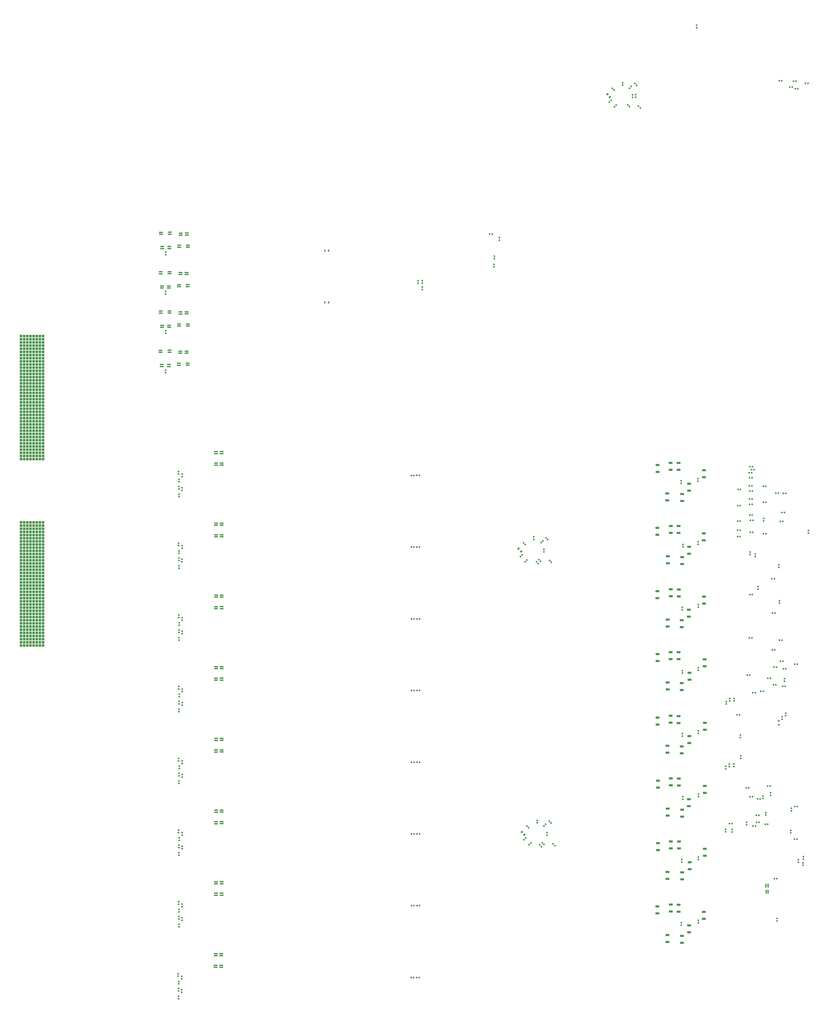
<source format=gbp>
G04*
G04 #@! TF.GenerationSoftware,Altium Limited,Altium Designer,22.9.1 (49)*
G04*
G04 Layer_Color=128*
%FSLAX24Y24*%
%MOIN*%
G70*
G04*
G04 #@! TF.SameCoordinates,1003F32D-41C8-4A49-8BB1-F60438683A21*
G04*
G04*
G04 #@! TF.FilePolarity,Positive*
G04*
G01*
G75*
%ADD58R,0.0630X0.0350*%
G04:AMPARAMS|DCode=61|XSize=24.5mil|YSize=24.5mil|CornerRadius=6.1mil|HoleSize=0mil|Usage=FLASHONLY|Rotation=180.000|XOffset=0mil|YOffset=0mil|HoleType=Round|Shape=RoundedRectangle|*
%AMROUNDEDRECTD61*
21,1,0.0245,0.0123,0,0,180.0*
21,1,0.0123,0.0245,0,0,180.0*
1,1,0.0123,-0.0061,0.0061*
1,1,0.0123,0.0061,0.0061*
1,1,0.0123,0.0061,-0.0061*
1,1,0.0123,-0.0061,-0.0061*
%
%ADD61ROUNDEDRECTD61*%
%ADD118R,0.0630X0.0197*%
G04:AMPARAMS|DCode=119|XSize=24.5mil|YSize=24.5mil|CornerRadius=6.1mil|HoleSize=0mil|Usage=FLASHONLY|Rotation=270.000|XOffset=0mil|YOffset=0mil|HoleType=Round|Shape=RoundedRectangle|*
%AMROUNDEDRECTD119*
21,1,0.0245,0.0123,0,0,270.0*
21,1,0.0123,0.0245,0,0,270.0*
1,1,0.0123,-0.0061,-0.0061*
1,1,0.0123,-0.0061,0.0061*
1,1,0.0123,0.0061,0.0061*
1,1,0.0123,0.0061,-0.0061*
%
%ADD119ROUNDEDRECTD119*%
%ADD120R,0.0350X0.0240*%
%ADD121R,0.0240X0.0350*%
G04:AMPARAMS|DCode=123|XSize=24.5mil|YSize=24.5mil|CornerRadius=6.1mil|HoleSize=0mil|Usage=FLASHONLY|Rotation=45.000|XOffset=0mil|YOffset=0mil|HoleType=Round|Shape=RoundedRectangle|*
%AMROUNDEDRECTD123*
21,1,0.0245,0.0123,0,0,45.0*
21,1,0.0123,0.0245,0,0,45.0*
1,1,0.0123,0.0087,0.0000*
1,1,0.0123,0.0000,-0.0087*
1,1,0.0123,-0.0087,0.0000*
1,1,0.0123,0.0000,0.0087*
%
%ADD123ROUNDEDRECTD123*%
G04:AMPARAMS|DCode=124|XSize=24.5mil|YSize=24.5mil|CornerRadius=6.1mil|HoleSize=0mil|Usage=FLASHONLY|Rotation=135.000|XOffset=0mil|YOffset=0mil|HoleType=Round|Shape=RoundedRectangle|*
%AMROUNDEDRECTD124*
21,1,0.0245,0.0123,0,0,135.0*
21,1,0.0123,0.0245,0,0,135.0*
1,1,0.0123,0.0000,0.0087*
1,1,0.0123,0.0087,0.0000*
1,1,0.0123,0.0000,-0.0087*
1,1,0.0123,-0.0087,0.0000*
%
%ADD124ROUNDEDRECTD124*%
%ADD280R,0.0197X0.0630*%
%ADD281C,0.0252*%
G04:AMPARAMS|DCode=282|XSize=24mil|YSize=35mil|CornerRadius=0mil|HoleSize=0mil|Usage=FLASHONLY|Rotation=135.000|XOffset=0mil|YOffset=0mil|HoleType=Round|Shape=Rectangle|*
%AMROTATEDRECTD282*
4,1,4,0.0209,0.0039,-0.0039,-0.0209,-0.0209,-0.0039,0.0039,0.0209,0.0209,0.0039,0.0*
%
%ADD282ROTATEDRECTD282*%

G36*
X-5098Y60779D02*
X-5500D01*
Y61181D01*
X-5098D01*
Y60779D01*
D02*
G37*
G36*
X-5598D02*
X-6000D01*
Y61181D01*
X-5598D01*
Y60779D01*
D02*
G37*
G36*
X-6098D02*
X-6500D01*
Y61181D01*
X-6098D01*
Y60779D01*
D02*
G37*
G36*
X-6598D02*
X-7000D01*
Y61181D01*
X-6598D01*
Y60779D01*
D02*
G37*
G36*
X-5098Y60279D02*
X-5500D01*
Y60681D01*
X-5098D01*
Y60279D01*
D02*
G37*
G36*
X-5598D02*
X-6000D01*
Y60681D01*
X-5598D01*
Y60279D01*
D02*
G37*
G36*
X-6098D02*
X-6500D01*
Y60681D01*
X-6098D01*
Y60279D01*
D02*
G37*
G36*
X-6598D02*
X-7000D01*
Y60681D01*
X-6598D01*
Y60279D01*
D02*
G37*
G36*
X-5098Y59779D02*
X-5500D01*
Y60181D01*
X-5098D01*
Y59779D01*
D02*
G37*
G36*
X-5598D02*
X-6000D01*
Y60181D01*
X-5598D01*
Y59779D01*
D02*
G37*
G36*
X-6098D02*
X-6500D01*
Y60181D01*
X-6098D01*
Y59779D01*
D02*
G37*
G36*
X-6598D02*
X-7000D01*
Y60181D01*
X-6598D01*
Y59779D01*
D02*
G37*
G36*
X-5098Y59279D02*
X-5500D01*
Y59681D01*
X-5098D01*
Y59279D01*
D02*
G37*
G36*
X-5598D02*
X-6000D01*
Y59681D01*
X-5598D01*
Y59279D01*
D02*
G37*
G36*
X-6098D02*
X-6500D01*
Y59681D01*
X-6098D01*
Y59279D01*
D02*
G37*
G36*
X-6598D02*
X-7000D01*
Y59681D01*
X-6598D01*
Y59279D01*
D02*
G37*
G36*
X-5098Y58779D02*
X-5500D01*
Y59181D01*
X-5098D01*
Y58779D01*
D02*
G37*
G36*
X-5598D02*
X-6000D01*
Y59181D01*
X-5598D01*
Y58779D01*
D02*
G37*
G36*
X-6098D02*
X-6500D01*
Y59181D01*
X-6098D01*
Y58779D01*
D02*
G37*
G36*
X-6598D02*
X-7000D01*
Y59181D01*
X-6598D01*
Y58779D01*
D02*
G37*
G36*
X-3098Y60779D02*
X-3500D01*
Y61181D01*
X-3098D01*
Y60779D01*
D02*
G37*
G36*
X-3598D02*
X-4000D01*
Y61181D01*
X-3598D01*
Y60779D01*
D02*
G37*
G36*
X-4098D02*
X-4500D01*
Y61181D01*
X-4098D01*
Y60779D01*
D02*
G37*
G36*
X-4598D02*
X-5000D01*
Y61181D01*
X-4598D01*
Y60779D01*
D02*
G37*
G36*
X-3098Y60279D02*
X-3500D01*
Y60681D01*
X-3098D01*
Y60279D01*
D02*
G37*
G36*
X-3598D02*
X-4000D01*
Y60681D01*
X-3598D01*
Y60279D01*
D02*
G37*
G36*
X-4098D02*
X-4500D01*
Y60681D01*
X-4098D01*
Y60279D01*
D02*
G37*
G36*
X-4598D02*
X-5000D01*
Y60681D01*
X-4598D01*
Y60279D01*
D02*
G37*
G36*
X-3098Y59779D02*
X-3500D01*
Y60181D01*
X-3098D01*
Y59779D01*
D02*
G37*
G36*
X-3598D02*
X-4000D01*
Y60181D01*
X-3598D01*
Y59779D01*
D02*
G37*
G36*
X-4098D02*
X-4500D01*
Y60181D01*
X-4098D01*
Y59779D01*
D02*
G37*
G36*
X-4598D02*
X-5000D01*
Y60181D01*
X-4598D01*
Y59779D01*
D02*
G37*
G36*
X-3098Y59279D02*
X-3500D01*
Y59681D01*
X-3098D01*
Y59279D01*
D02*
G37*
G36*
X-3598D02*
X-4000D01*
Y59681D01*
X-3598D01*
Y59279D01*
D02*
G37*
G36*
X-4098D02*
X-4500D01*
Y59681D01*
X-4098D01*
Y59279D01*
D02*
G37*
G36*
X-4598D02*
X-5000D01*
Y59681D01*
X-4598D01*
Y59279D01*
D02*
G37*
G36*
X-3098Y58779D02*
X-3500D01*
Y59181D01*
X-3098D01*
Y58779D01*
D02*
G37*
G36*
X-3598D02*
X-4000D01*
Y59181D01*
X-3598D01*
Y58779D01*
D02*
G37*
G36*
X-4098D02*
X-4500D01*
Y59181D01*
X-4098D01*
Y58779D01*
D02*
G37*
G36*
X-4598D02*
X-5000D01*
Y59181D01*
X-4598D01*
Y58779D01*
D02*
G37*
G36*
X-5098Y63279D02*
X-5500D01*
Y63681D01*
X-5098D01*
Y63279D01*
D02*
G37*
G36*
X-5598D02*
X-6000D01*
Y63681D01*
X-5598D01*
Y63279D01*
D02*
G37*
G36*
X-6098D02*
X-6500D01*
Y63681D01*
X-6098D01*
Y63279D01*
D02*
G37*
G36*
X-6598D02*
X-7000D01*
Y63681D01*
X-6598D01*
Y63279D01*
D02*
G37*
G36*
X-5098Y62779D02*
X-5500D01*
Y63181D01*
X-5098D01*
Y62779D01*
D02*
G37*
G36*
X-5598D02*
X-6000D01*
Y63181D01*
X-5598D01*
Y62779D01*
D02*
G37*
G36*
X-6098D02*
X-6500D01*
Y63181D01*
X-6098D01*
Y62779D01*
D02*
G37*
G36*
X-6598D02*
X-7000D01*
Y63181D01*
X-6598D01*
Y62779D01*
D02*
G37*
G36*
X-5098Y62279D02*
X-5500D01*
Y62681D01*
X-5098D01*
Y62279D01*
D02*
G37*
G36*
X-5598D02*
X-6000D01*
Y62681D01*
X-5598D01*
Y62279D01*
D02*
G37*
G36*
X-6098D02*
X-6500D01*
Y62681D01*
X-6098D01*
Y62279D01*
D02*
G37*
G36*
X-6598D02*
X-7000D01*
Y62681D01*
X-6598D01*
Y62279D01*
D02*
G37*
G36*
X-5098Y61779D02*
X-5500D01*
Y62181D01*
X-5098D01*
Y61779D01*
D02*
G37*
G36*
X-5598D02*
X-6000D01*
Y62181D01*
X-5598D01*
Y61779D01*
D02*
G37*
G36*
X-6098D02*
X-6500D01*
Y62181D01*
X-6098D01*
Y61779D01*
D02*
G37*
G36*
X-6598D02*
X-7000D01*
Y62181D01*
X-6598D01*
Y61779D01*
D02*
G37*
G36*
X-5098Y61279D02*
X-5500D01*
Y61681D01*
X-5098D01*
Y61279D01*
D02*
G37*
G36*
X-5598D02*
X-6000D01*
Y61681D01*
X-5598D01*
Y61279D01*
D02*
G37*
G36*
X-6098D02*
X-6500D01*
Y61681D01*
X-6098D01*
Y61279D01*
D02*
G37*
G36*
X-6598D02*
X-7000D01*
Y61681D01*
X-6598D01*
Y61279D01*
D02*
G37*
G36*
X-3098Y63279D02*
X-3500D01*
Y63681D01*
X-3098D01*
Y63279D01*
D02*
G37*
G36*
X-3598D02*
X-4000D01*
Y63681D01*
X-3598D01*
Y63279D01*
D02*
G37*
G36*
X-4098D02*
X-4500D01*
Y63681D01*
X-4098D01*
Y63279D01*
D02*
G37*
G36*
X-4598D02*
X-5000D01*
Y63681D01*
X-4598D01*
Y63279D01*
D02*
G37*
G36*
X-3098Y62779D02*
X-3500D01*
Y63181D01*
X-3098D01*
Y62779D01*
D02*
G37*
G36*
X-3598D02*
X-4000D01*
Y63181D01*
X-3598D01*
Y62779D01*
D02*
G37*
G36*
X-4098D02*
X-4500D01*
Y63181D01*
X-4098D01*
Y62779D01*
D02*
G37*
G36*
X-4598D02*
X-5000D01*
Y63181D01*
X-4598D01*
Y62779D01*
D02*
G37*
G36*
X-3098Y62279D02*
X-3500D01*
Y62681D01*
X-3098D01*
Y62279D01*
D02*
G37*
G36*
X-3598D02*
X-4000D01*
Y62681D01*
X-3598D01*
Y62279D01*
D02*
G37*
G36*
X-4098D02*
X-4500D01*
Y62681D01*
X-4098D01*
Y62279D01*
D02*
G37*
G36*
X-4598D02*
X-5000D01*
Y62681D01*
X-4598D01*
Y62279D01*
D02*
G37*
G36*
X-3098Y61779D02*
X-3500D01*
Y62181D01*
X-3098D01*
Y61779D01*
D02*
G37*
G36*
X-3598D02*
X-4000D01*
Y62181D01*
X-3598D01*
Y61779D01*
D02*
G37*
G36*
X-4098D02*
X-4500D01*
Y62181D01*
X-4098D01*
Y61779D01*
D02*
G37*
G36*
X-4598D02*
X-5000D01*
Y62181D01*
X-4598D01*
Y61779D01*
D02*
G37*
G36*
X-3098Y61279D02*
X-3500D01*
Y61681D01*
X-3098D01*
Y61279D01*
D02*
G37*
G36*
X-3598D02*
X-4000D01*
Y61681D01*
X-3598D01*
Y61279D01*
D02*
G37*
G36*
X-4098D02*
X-4500D01*
Y61681D01*
X-4098D01*
Y61279D01*
D02*
G37*
G36*
X-4598D02*
X-5000D01*
Y61681D01*
X-4598D01*
Y61279D01*
D02*
G37*
G36*
X-5098Y65779D02*
X-5500D01*
Y66181D01*
X-5098D01*
Y65779D01*
D02*
G37*
G36*
X-5598D02*
X-6000D01*
Y66181D01*
X-5598D01*
Y65779D01*
D02*
G37*
G36*
X-6098D02*
X-6500D01*
Y66181D01*
X-6098D01*
Y65779D01*
D02*
G37*
G36*
X-6598D02*
X-7000D01*
Y66181D01*
X-6598D01*
Y65779D01*
D02*
G37*
G36*
X-5098Y65279D02*
X-5500D01*
Y65681D01*
X-5098D01*
Y65279D01*
D02*
G37*
G36*
X-5598D02*
X-6000D01*
Y65681D01*
X-5598D01*
Y65279D01*
D02*
G37*
G36*
X-6098D02*
X-6500D01*
Y65681D01*
X-6098D01*
Y65279D01*
D02*
G37*
G36*
X-6598D02*
X-7000D01*
Y65681D01*
X-6598D01*
Y65279D01*
D02*
G37*
G36*
X-5098Y64779D02*
X-5500D01*
Y65181D01*
X-5098D01*
Y64779D01*
D02*
G37*
G36*
X-5598D02*
X-6000D01*
Y65181D01*
X-5598D01*
Y64779D01*
D02*
G37*
G36*
X-6098D02*
X-6500D01*
Y65181D01*
X-6098D01*
Y64779D01*
D02*
G37*
G36*
X-6598D02*
X-7000D01*
Y65181D01*
X-6598D01*
Y64779D01*
D02*
G37*
G36*
X-5098Y64279D02*
X-5500D01*
Y64681D01*
X-5098D01*
Y64279D01*
D02*
G37*
G36*
X-5598D02*
X-6000D01*
Y64681D01*
X-5598D01*
Y64279D01*
D02*
G37*
G36*
X-6098D02*
X-6500D01*
Y64681D01*
X-6098D01*
Y64279D01*
D02*
G37*
G36*
X-6598D02*
X-7000D01*
Y64681D01*
X-6598D01*
Y64279D01*
D02*
G37*
G36*
X-5098Y63779D02*
X-5500D01*
Y64181D01*
X-5098D01*
Y63779D01*
D02*
G37*
G36*
X-5598D02*
X-6000D01*
Y64181D01*
X-5598D01*
Y63779D01*
D02*
G37*
G36*
X-6098D02*
X-6500D01*
Y64181D01*
X-6098D01*
Y63779D01*
D02*
G37*
G36*
X-6598D02*
X-7000D01*
Y64181D01*
X-6598D01*
Y63779D01*
D02*
G37*
G36*
X-3098Y65779D02*
X-3500D01*
Y66181D01*
X-3098D01*
Y65779D01*
D02*
G37*
G36*
X-3598D02*
X-4000D01*
Y66181D01*
X-3598D01*
Y65779D01*
D02*
G37*
G36*
X-4098D02*
X-4500D01*
Y66181D01*
X-4098D01*
Y65779D01*
D02*
G37*
G36*
X-4598D02*
X-5000D01*
Y66181D01*
X-4598D01*
Y65779D01*
D02*
G37*
G36*
X-3098Y65279D02*
X-3500D01*
Y65681D01*
X-3098D01*
Y65279D01*
D02*
G37*
G36*
X-3598D02*
X-4000D01*
Y65681D01*
X-3598D01*
Y65279D01*
D02*
G37*
G36*
X-4098D02*
X-4500D01*
Y65681D01*
X-4098D01*
Y65279D01*
D02*
G37*
G36*
X-4598D02*
X-5000D01*
Y65681D01*
X-4598D01*
Y65279D01*
D02*
G37*
G36*
X-3098Y64779D02*
X-3500D01*
Y65181D01*
X-3098D01*
Y64779D01*
D02*
G37*
G36*
X-3598D02*
X-4000D01*
Y65181D01*
X-3598D01*
Y64779D01*
D02*
G37*
G36*
X-4098D02*
X-4500D01*
Y65181D01*
X-4098D01*
Y64779D01*
D02*
G37*
G36*
X-4598D02*
X-5000D01*
Y65181D01*
X-4598D01*
Y64779D01*
D02*
G37*
G36*
X-3098Y64279D02*
X-3500D01*
Y64681D01*
X-3098D01*
Y64279D01*
D02*
G37*
G36*
X-3598D02*
X-4000D01*
Y64681D01*
X-3598D01*
Y64279D01*
D02*
G37*
G36*
X-4098D02*
X-4500D01*
Y64681D01*
X-4098D01*
Y64279D01*
D02*
G37*
G36*
X-4598D02*
X-5000D01*
Y64681D01*
X-4598D01*
Y64279D01*
D02*
G37*
G36*
X-3098Y63779D02*
X-3500D01*
Y64181D01*
X-3098D01*
Y63779D01*
D02*
G37*
G36*
X-3598D02*
X-4000D01*
Y64181D01*
X-3598D01*
Y63779D01*
D02*
G37*
G36*
X-4098D02*
X-4500D01*
Y64181D01*
X-4098D01*
Y63779D01*
D02*
G37*
G36*
X-4598D02*
X-5000D01*
Y64181D01*
X-4598D01*
Y63779D01*
D02*
G37*
G36*
X-5098Y68279D02*
X-5500D01*
Y68681D01*
X-5098D01*
Y68279D01*
D02*
G37*
G36*
X-5598D02*
X-6000D01*
Y68681D01*
X-5598D01*
Y68279D01*
D02*
G37*
G36*
X-6098D02*
X-6500D01*
Y68681D01*
X-6098D01*
Y68279D01*
D02*
G37*
G36*
X-6598D02*
X-7000D01*
Y68681D01*
X-6598D01*
Y68279D01*
D02*
G37*
G36*
X-5098Y67779D02*
X-5500D01*
Y68181D01*
X-5098D01*
Y67779D01*
D02*
G37*
G36*
X-5598D02*
X-6000D01*
Y68181D01*
X-5598D01*
Y67779D01*
D02*
G37*
G36*
X-6098D02*
X-6500D01*
Y68181D01*
X-6098D01*
Y67779D01*
D02*
G37*
G36*
X-6598D02*
X-7000D01*
Y68181D01*
X-6598D01*
Y67779D01*
D02*
G37*
G36*
X-5098Y67279D02*
X-5500D01*
Y67681D01*
X-5098D01*
Y67279D01*
D02*
G37*
G36*
X-5598D02*
X-6000D01*
Y67681D01*
X-5598D01*
Y67279D01*
D02*
G37*
G36*
X-6098D02*
X-6500D01*
Y67681D01*
X-6098D01*
Y67279D01*
D02*
G37*
G36*
X-6598D02*
X-7000D01*
Y67681D01*
X-6598D01*
Y67279D01*
D02*
G37*
G36*
X-5098Y66779D02*
X-5500D01*
Y67181D01*
X-5098D01*
Y66779D01*
D02*
G37*
G36*
X-5598D02*
X-6000D01*
Y67181D01*
X-5598D01*
Y66779D01*
D02*
G37*
G36*
X-6098D02*
X-6500D01*
Y67181D01*
X-6098D01*
Y66779D01*
D02*
G37*
G36*
X-6598D02*
X-7000D01*
Y67181D01*
X-6598D01*
Y66779D01*
D02*
G37*
G36*
X-5098Y66279D02*
X-5500D01*
Y66681D01*
X-5098D01*
Y66279D01*
D02*
G37*
G36*
X-5598D02*
X-6000D01*
Y66681D01*
X-5598D01*
Y66279D01*
D02*
G37*
G36*
X-6098D02*
X-6500D01*
Y66681D01*
X-6098D01*
Y66279D01*
D02*
G37*
G36*
X-6598D02*
X-7000D01*
Y66681D01*
X-6598D01*
Y66279D01*
D02*
G37*
G36*
X-3098Y68279D02*
X-3500D01*
Y68681D01*
X-3098D01*
Y68279D01*
D02*
G37*
G36*
X-3598D02*
X-4000D01*
Y68681D01*
X-3598D01*
Y68279D01*
D02*
G37*
G36*
X-4098D02*
X-4500D01*
Y68681D01*
X-4098D01*
Y68279D01*
D02*
G37*
G36*
X-4598D02*
X-5000D01*
Y68681D01*
X-4598D01*
Y68279D01*
D02*
G37*
G36*
X-3098Y67779D02*
X-3500D01*
Y68181D01*
X-3098D01*
Y67779D01*
D02*
G37*
G36*
X-3598D02*
X-4000D01*
Y68181D01*
X-3598D01*
Y67779D01*
D02*
G37*
G36*
X-4098D02*
X-4500D01*
Y68181D01*
X-4098D01*
Y67779D01*
D02*
G37*
G36*
X-4598D02*
X-5000D01*
Y68181D01*
X-4598D01*
Y67779D01*
D02*
G37*
G36*
X-3098Y67279D02*
X-3500D01*
Y67681D01*
X-3098D01*
Y67279D01*
D02*
G37*
G36*
X-3598D02*
X-4000D01*
Y67681D01*
X-3598D01*
Y67279D01*
D02*
G37*
G36*
X-4098D02*
X-4500D01*
Y67681D01*
X-4098D01*
Y67279D01*
D02*
G37*
G36*
X-4598D02*
X-5000D01*
Y67681D01*
X-4598D01*
Y67279D01*
D02*
G37*
G36*
X-3098Y66779D02*
X-3500D01*
Y67181D01*
X-3098D01*
Y66779D01*
D02*
G37*
G36*
X-3598D02*
X-4000D01*
Y67181D01*
X-3598D01*
Y66779D01*
D02*
G37*
G36*
X-4098D02*
X-4500D01*
Y67181D01*
X-4098D01*
Y66779D01*
D02*
G37*
G36*
X-4598D02*
X-5000D01*
Y67181D01*
X-4598D01*
Y66779D01*
D02*
G37*
G36*
X-3098Y66279D02*
X-3500D01*
Y66681D01*
X-3098D01*
Y66279D01*
D02*
G37*
G36*
X-3598D02*
X-4000D01*
Y66681D01*
X-3598D01*
Y66279D01*
D02*
G37*
G36*
X-4098D02*
X-4500D01*
Y66681D01*
X-4098D01*
Y66279D01*
D02*
G37*
G36*
X-4598D02*
X-5000D01*
Y66681D01*
X-4598D01*
Y66279D01*
D02*
G37*
G36*
X-5098Y70779D02*
X-5500D01*
Y71181D01*
X-5098D01*
Y70779D01*
D02*
G37*
G36*
X-5598D02*
X-6000D01*
Y71181D01*
X-5598D01*
Y70779D01*
D02*
G37*
G36*
X-6098D02*
X-6500D01*
Y71181D01*
X-6098D01*
Y70779D01*
D02*
G37*
G36*
X-6598D02*
X-7000D01*
Y71181D01*
X-6598D01*
Y70779D01*
D02*
G37*
G36*
X-5098Y70279D02*
X-5500D01*
Y70681D01*
X-5098D01*
Y70279D01*
D02*
G37*
G36*
X-5598D02*
X-6000D01*
Y70681D01*
X-5598D01*
Y70279D01*
D02*
G37*
G36*
X-6098D02*
X-6500D01*
Y70681D01*
X-6098D01*
Y70279D01*
D02*
G37*
G36*
X-6598D02*
X-7000D01*
Y70681D01*
X-6598D01*
Y70279D01*
D02*
G37*
G36*
X-5098Y69779D02*
X-5500D01*
Y70181D01*
X-5098D01*
Y69779D01*
D02*
G37*
G36*
X-5598D02*
X-6000D01*
Y70181D01*
X-5598D01*
Y69779D01*
D02*
G37*
G36*
X-6098D02*
X-6500D01*
Y70181D01*
X-6098D01*
Y69779D01*
D02*
G37*
G36*
X-6598D02*
X-7000D01*
Y70181D01*
X-6598D01*
Y69779D01*
D02*
G37*
G36*
X-5098Y69279D02*
X-5500D01*
Y69681D01*
X-5098D01*
Y69279D01*
D02*
G37*
G36*
X-5598D02*
X-6000D01*
Y69681D01*
X-5598D01*
Y69279D01*
D02*
G37*
G36*
X-6098D02*
X-6500D01*
Y69681D01*
X-6098D01*
Y69279D01*
D02*
G37*
G36*
X-6598D02*
X-7000D01*
Y69681D01*
X-6598D01*
Y69279D01*
D02*
G37*
G36*
X-5098Y68779D02*
X-5500D01*
Y69181D01*
X-5098D01*
Y68779D01*
D02*
G37*
G36*
X-5598D02*
X-6000D01*
Y69181D01*
X-5598D01*
Y68779D01*
D02*
G37*
G36*
X-6098D02*
X-6500D01*
Y69181D01*
X-6098D01*
Y68779D01*
D02*
G37*
G36*
X-6598D02*
X-7000D01*
Y69181D01*
X-6598D01*
Y68779D01*
D02*
G37*
G36*
X-3098Y70779D02*
X-3500D01*
Y71181D01*
X-3098D01*
Y70779D01*
D02*
G37*
G36*
X-3598D02*
X-4000D01*
Y71181D01*
X-3598D01*
Y70779D01*
D02*
G37*
G36*
X-4098D02*
X-4500D01*
Y71181D01*
X-4098D01*
Y70779D01*
D02*
G37*
G36*
X-4598D02*
X-5000D01*
Y71181D01*
X-4598D01*
Y70779D01*
D02*
G37*
G36*
X-3098Y70279D02*
X-3500D01*
Y70681D01*
X-3098D01*
Y70279D01*
D02*
G37*
G36*
X-3598D02*
X-4000D01*
Y70681D01*
X-3598D01*
Y70279D01*
D02*
G37*
G36*
X-4098D02*
X-4500D01*
Y70681D01*
X-4098D01*
Y70279D01*
D02*
G37*
G36*
X-4598D02*
X-5000D01*
Y70681D01*
X-4598D01*
Y70279D01*
D02*
G37*
G36*
X-3098Y69779D02*
X-3500D01*
Y70181D01*
X-3098D01*
Y69779D01*
D02*
G37*
G36*
X-3598D02*
X-4000D01*
Y70181D01*
X-3598D01*
Y69779D01*
D02*
G37*
G36*
X-4098D02*
X-4500D01*
Y70181D01*
X-4098D01*
Y69779D01*
D02*
G37*
G36*
X-4598D02*
X-5000D01*
Y70181D01*
X-4598D01*
Y69779D01*
D02*
G37*
G36*
X-3098Y69279D02*
X-3500D01*
Y69681D01*
X-3098D01*
Y69279D01*
D02*
G37*
G36*
X-3598D02*
X-4000D01*
Y69681D01*
X-3598D01*
Y69279D01*
D02*
G37*
G36*
X-4098D02*
X-4500D01*
Y69681D01*
X-4098D01*
Y69279D01*
D02*
G37*
G36*
X-4598D02*
X-5000D01*
Y69681D01*
X-4598D01*
Y69279D01*
D02*
G37*
G36*
X-3098Y68779D02*
X-3500D01*
Y69181D01*
X-3098D01*
Y68779D01*
D02*
G37*
G36*
X-3598D02*
X-4000D01*
Y69181D01*
X-3598D01*
Y68779D01*
D02*
G37*
G36*
X-4098D02*
X-4500D01*
Y69181D01*
X-4098D01*
Y68779D01*
D02*
G37*
G36*
X-4598D02*
X-5000D01*
Y69181D01*
X-4598D01*
Y68779D01*
D02*
G37*
G36*
X-5098Y73279D02*
X-5500D01*
Y73681D01*
X-5098D01*
Y73279D01*
D02*
G37*
G36*
X-5598D02*
X-6000D01*
Y73681D01*
X-5598D01*
Y73279D01*
D02*
G37*
G36*
X-6098D02*
X-6500D01*
Y73681D01*
X-6098D01*
Y73279D01*
D02*
G37*
G36*
X-6598D02*
X-7000D01*
Y73681D01*
X-6598D01*
Y73279D01*
D02*
G37*
G36*
X-5098Y72779D02*
X-5500D01*
Y73181D01*
X-5098D01*
Y72779D01*
D02*
G37*
G36*
X-5598D02*
X-6000D01*
Y73181D01*
X-5598D01*
Y72779D01*
D02*
G37*
G36*
X-6098D02*
X-6500D01*
Y73181D01*
X-6098D01*
Y72779D01*
D02*
G37*
G36*
X-6598D02*
X-7000D01*
Y73181D01*
X-6598D01*
Y72779D01*
D02*
G37*
G36*
X-5098Y72279D02*
X-5500D01*
Y72681D01*
X-5098D01*
Y72279D01*
D02*
G37*
G36*
X-5598D02*
X-6000D01*
Y72681D01*
X-5598D01*
Y72279D01*
D02*
G37*
G36*
X-6098D02*
X-6500D01*
Y72681D01*
X-6098D01*
Y72279D01*
D02*
G37*
G36*
X-6598D02*
X-7000D01*
Y72681D01*
X-6598D01*
Y72279D01*
D02*
G37*
G36*
X-5098Y71779D02*
X-5500D01*
Y72181D01*
X-5098D01*
Y71779D01*
D02*
G37*
G36*
X-5598D02*
X-6000D01*
Y72181D01*
X-5598D01*
Y71779D01*
D02*
G37*
G36*
X-6098D02*
X-6500D01*
Y72181D01*
X-6098D01*
Y71779D01*
D02*
G37*
G36*
X-6598D02*
X-7000D01*
Y72181D01*
X-6598D01*
Y71779D01*
D02*
G37*
G36*
X-5098Y71279D02*
X-5500D01*
Y71681D01*
X-5098D01*
Y71279D01*
D02*
G37*
G36*
X-5598D02*
X-6000D01*
Y71681D01*
X-5598D01*
Y71279D01*
D02*
G37*
G36*
X-6098D02*
X-6500D01*
Y71681D01*
X-6098D01*
Y71279D01*
D02*
G37*
G36*
X-6598D02*
X-7000D01*
Y71681D01*
X-6598D01*
Y71279D01*
D02*
G37*
G36*
X-3098Y73279D02*
X-3500D01*
Y73681D01*
X-3098D01*
Y73279D01*
D02*
G37*
G36*
X-3598D02*
X-4000D01*
Y73681D01*
X-3598D01*
Y73279D01*
D02*
G37*
G36*
X-4098D02*
X-4500D01*
Y73681D01*
X-4098D01*
Y73279D01*
D02*
G37*
G36*
X-4598D02*
X-5000D01*
Y73681D01*
X-4598D01*
Y73279D01*
D02*
G37*
G36*
X-3098Y72779D02*
X-3500D01*
Y73181D01*
X-3098D01*
Y72779D01*
D02*
G37*
G36*
X-3598D02*
X-4000D01*
Y73181D01*
X-3598D01*
Y72779D01*
D02*
G37*
G36*
X-4098D02*
X-4500D01*
Y73181D01*
X-4098D01*
Y72779D01*
D02*
G37*
G36*
X-4598D02*
X-5000D01*
Y73181D01*
X-4598D01*
Y72779D01*
D02*
G37*
G36*
X-3098Y72279D02*
X-3500D01*
Y72681D01*
X-3098D01*
Y72279D01*
D02*
G37*
G36*
X-3598D02*
X-4000D01*
Y72681D01*
X-3598D01*
Y72279D01*
D02*
G37*
G36*
X-4098D02*
X-4500D01*
Y72681D01*
X-4098D01*
Y72279D01*
D02*
G37*
G36*
X-4598D02*
X-5000D01*
Y72681D01*
X-4598D01*
Y72279D01*
D02*
G37*
G36*
X-3098Y71779D02*
X-3500D01*
Y72181D01*
X-3098D01*
Y71779D01*
D02*
G37*
G36*
X-3598D02*
X-4000D01*
Y72181D01*
X-3598D01*
Y71779D01*
D02*
G37*
G36*
X-4098D02*
X-4500D01*
Y72181D01*
X-4098D01*
Y71779D01*
D02*
G37*
G36*
X-4598D02*
X-5000D01*
Y72181D01*
X-4598D01*
Y71779D01*
D02*
G37*
G36*
X-3098Y71279D02*
X-3500D01*
Y71681D01*
X-3098D01*
Y71279D01*
D02*
G37*
G36*
X-3598D02*
X-4000D01*
Y71681D01*
X-3598D01*
Y71279D01*
D02*
G37*
G36*
X-4098D02*
X-4500D01*
Y71681D01*
X-4098D01*
Y71279D01*
D02*
G37*
G36*
X-4598D02*
X-5000D01*
Y71681D01*
X-4598D01*
Y71279D01*
D02*
G37*
G36*
X-5098Y75779D02*
X-5500D01*
Y76181D01*
X-5098D01*
Y75779D01*
D02*
G37*
G36*
X-5598D02*
X-6000D01*
Y76181D01*
X-5598D01*
Y75779D01*
D02*
G37*
G36*
X-6098D02*
X-6500D01*
Y76181D01*
X-6098D01*
Y75779D01*
D02*
G37*
G36*
X-6598D02*
X-7000D01*
Y76181D01*
X-6598D01*
Y75779D01*
D02*
G37*
G36*
X-5098Y75279D02*
X-5500D01*
Y75681D01*
X-5098D01*
Y75279D01*
D02*
G37*
G36*
X-5598D02*
X-6000D01*
Y75681D01*
X-5598D01*
Y75279D01*
D02*
G37*
G36*
X-6098D02*
X-6500D01*
Y75681D01*
X-6098D01*
Y75279D01*
D02*
G37*
G36*
X-6598D02*
X-7000D01*
Y75681D01*
X-6598D01*
Y75279D01*
D02*
G37*
G36*
X-5098Y74779D02*
X-5500D01*
Y75181D01*
X-5098D01*
Y74779D01*
D02*
G37*
G36*
X-5598D02*
X-6000D01*
Y75181D01*
X-5598D01*
Y74779D01*
D02*
G37*
G36*
X-6098D02*
X-6500D01*
Y75181D01*
X-6098D01*
Y74779D01*
D02*
G37*
G36*
X-6598D02*
X-7000D01*
Y75181D01*
X-6598D01*
Y74779D01*
D02*
G37*
G36*
X-5098Y74279D02*
X-5500D01*
Y74681D01*
X-5098D01*
Y74279D01*
D02*
G37*
G36*
X-5598D02*
X-6000D01*
Y74681D01*
X-5598D01*
Y74279D01*
D02*
G37*
G36*
X-6098D02*
X-6500D01*
Y74681D01*
X-6098D01*
Y74279D01*
D02*
G37*
G36*
X-6598D02*
X-7000D01*
Y74681D01*
X-6598D01*
Y74279D01*
D02*
G37*
G36*
X-5098Y73779D02*
X-5500D01*
Y74181D01*
X-5098D01*
Y73779D01*
D02*
G37*
G36*
X-5598D02*
X-6000D01*
Y74181D01*
X-5598D01*
Y73779D01*
D02*
G37*
G36*
X-6098D02*
X-6500D01*
Y74181D01*
X-6098D01*
Y73779D01*
D02*
G37*
G36*
X-6598D02*
X-7000D01*
Y74181D01*
X-6598D01*
Y73779D01*
D02*
G37*
G36*
X-3098Y75779D02*
X-3500D01*
Y76181D01*
X-3098D01*
Y75779D01*
D02*
G37*
G36*
X-3598D02*
X-4000D01*
Y76181D01*
X-3598D01*
Y75779D01*
D02*
G37*
G36*
X-4098D02*
X-4500D01*
Y76181D01*
X-4098D01*
Y75779D01*
D02*
G37*
G36*
X-4598D02*
X-5000D01*
Y76181D01*
X-4598D01*
Y75779D01*
D02*
G37*
G36*
X-3098Y75279D02*
X-3500D01*
Y75681D01*
X-3098D01*
Y75279D01*
D02*
G37*
G36*
X-3598D02*
X-4000D01*
Y75681D01*
X-3598D01*
Y75279D01*
D02*
G37*
G36*
X-4098D02*
X-4500D01*
Y75681D01*
X-4098D01*
Y75279D01*
D02*
G37*
G36*
X-4598D02*
X-5000D01*
Y75681D01*
X-4598D01*
Y75279D01*
D02*
G37*
G36*
X-3098Y74779D02*
X-3500D01*
Y75181D01*
X-3098D01*
Y74779D01*
D02*
G37*
G36*
X-3598D02*
X-4000D01*
Y75181D01*
X-3598D01*
Y74779D01*
D02*
G37*
G36*
X-4098D02*
X-4500D01*
Y75181D01*
X-4098D01*
Y74779D01*
D02*
G37*
G36*
X-4598D02*
X-5000D01*
Y75181D01*
X-4598D01*
Y74779D01*
D02*
G37*
G36*
X-3098Y74279D02*
X-3500D01*
Y74681D01*
X-3098D01*
Y74279D01*
D02*
G37*
G36*
X-3598D02*
X-4000D01*
Y74681D01*
X-3598D01*
Y74279D01*
D02*
G37*
G36*
X-4098D02*
X-4500D01*
Y74681D01*
X-4098D01*
Y74279D01*
D02*
G37*
G36*
X-4598D02*
X-5000D01*
Y74681D01*
X-4598D01*
Y74279D01*
D02*
G37*
G36*
X-3098Y73779D02*
X-3500D01*
Y74181D01*
X-3098D01*
Y73779D01*
D02*
G37*
G36*
X-3598D02*
X-4000D01*
Y74181D01*
X-3598D01*
Y73779D01*
D02*
G37*
G36*
X-4098D02*
X-4500D01*
Y74181D01*
X-4098D01*
Y73779D01*
D02*
G37*
G36*
X-4598D02*
X-5000D01*
Y74181D01*
X-4598D01*
Y73779D01*
D02*
G37*
G36*
X-5098Y78279D02*
X-5500D01*
Y78681D01*
X-5098D01*
Y78279D01*
D02*
G37*
G36*
X-5598D02*
X-6000D01*
Y78681D01*
X-5598D01*
Y78279D01*
D02*
G37*
G36*
X-6098D02*
X-6500D01*
Y78681D01*
X-6098D01*
Y78279D01*
D02*
G37*
G36*
X-6598D02*
X-7000D01*
Y78681D01*
X-6598D01*
Y78279D01*
D02*
G37*
G36*
X-5098Y77779D02*
X-5500D01*
Y78181D01*
X-5098D01*
Y77779D01*
D02*
G37*
G36*
X-5598D02*
X-6000D01*
Y78181D01*
X-5598D01*
Y77779D01*
D02*
G37*
G36*
X-6098D02*
X-6500D01*
Y78181D01*
X-6098D01*
Y77779D01*
D02*
G37*
G36*
X-6598D02*
X-7000D01*
Y78181D01*
X-6598D01*
Y77779D01*
D02*
G37*
G36*
X-5098Y77279D02*
X-5500D01*
Y77681D01*
X-5098D01*
Y77279D01*
D02*
G37*
G36*
X-5598D02*
X-6000D01*
Y77681D01*
X-5598D01*
Y77279D01*
D02*
G37*
G36*
X-6098D02*
X-6500D01*
Y77681D01*
X-6098D01*
Y77279D01*
D02*
G37*
G36*
X-6598D02*
X-7000D01*
Y77681D01*
X-6598D01*
Y77279D01*
D02*
G37*
G36*
X-5098Y76779D02*
X-5500D01*
Y77181D01*
X-5098D01*
Y76779D01*
D02*
G37*
G36*
X-5598D02*
X-6000D01*
Y77181D01*
X-5598D01*
Y76779D01*
D02*
G37*
G36*
X-6098D02*
X-6500D01*
Y77181D01*
X-6098D01*
Y76779D01*
D02*
G37*
G36*
X-6598D02*
X-7000D01*
Y77181D01*
X-6598D01*
Y76779D01*
D02*
G37*
G36*
X-5098Y76279D02*
X-5500D01*
Y76681D01*
X-5098D01*
Y76279D01*
D02*
G37*
G36*
X-5598D02*
X-6000D01*
Y76681D01*
X-5598D01*
Y76279D01*
D02*
G37*
G36*
X-6098D02*
X-6500D01*
Y76681D01*
X-6098D01*
Y76279D01*
D02*
G37*
G36*
X-6598D02*
X-7000D01*
Y76681D01*
X-6598D01*
Y76279D01*
D02*
G37*
G36*
X-3098Y78279D02*
X-3500D01*
Y78681D01*
X-3098D01*
Y78279D01*
D02*
G37*
G36*
X-3598D02*
X-4000D01*
Y78681D01*
X-3598D01*
Y78279D01*
D02*
G37*
G36*
X-4098D02*
X-4500D01*
Y78681D01*
X-4098D01*
Y78279D01*
D02*
G37*
G36*
X-4598D02*
X-5000D01*
Y78681D01*
X-4598D01*
Y78279D01*
D02*
G37*
G36*
X-3098Y77779D02*
X-3500D01*
Y78181D01*
X-3098D01*
Y77779D01*
D02*
G37*
G36*
X-3598D02*
X-4000D01*
Y78181D01*
X-3598D01*
Y77779D01*
D02*
G37*
G36*
X-4098D02*
X-4500D01*
Y78181D01*
X-4098D01*
Y77779D01*
D02*
G37*
G36*
X-4598D02*
X-5000D01*
Y78181D01*
X-4598D01*
Y77779D01*
D02*
G37*
G36*
X-3098Y77279D02*
X-3500D01*
Y77681D01*
X-3098D01*
Y77279D01*
D02*
G37*
G36*
X-3598D02*
X-4000D01*
Y77681D01*
X-3598D01*
Y77279D01*
D02*
G37*
G36*
X-4098D02*
X-4500D01*
Y77681D01*
X-4098D01*
Y77279D01*
D02*
G37*
G36*
X-4598D02*
X-5000D01*
Y77681D01*
X-4598D01*
Y77279D01*
D02*
G37*
G36*
X-3098Y76779D02*
X-3500D01*
Y77181D01*
X-3098D01*
Y76779D01*
D02*
G37*
G36*
X-3598D02*
X-4000D01*
Y77181D01*
X-3598D01*
Y76779D01*
D02*
G37*
G36*
X-4098D02*
X-4500D01*
Y77181D01*
X-4098D01*
Y76779D01*
D02*
G37*
G36*
X-4598D02*
X-5000D01*
Y77181D01*
X-4598D01*
Y76779D01*
D02*
G37*
G36*
X-3098Y76279D02*
X-3500D01*
Y76681D01*
X-3098D01*
Y76279D01*
D02*
G37*
G36*
X-3598D02*
X-4000D01*
Y76681D01*
X-3598D01*
Y76279D01*
D02*
G37*
G36*
X-4098D02*
X-4500D01*
Y76681D01*
X-4098D01*
Y76279D01*
D02*
G37*
G36*
X-4598D02*
X-5000D01*
Y76681D01*
X-4598D01*
Y76279D01*
D02*
G37*
G36*
X-5098Y90307D02*
X-5500D01*
Y90709D01*
X-5098D01*
Y90307D01*
D02*
G37*
G36*
X-5598D02*
X-6000D01*
Y90709D01*
X-5598D01*
Y90307D01*
D02*
G37*
G36*
X-6098D02*
X-6500D01*
Y90709D01*
X-6098D01*
Y90307D01*
D02*
G37*
G36*
X-6598D02*
X-7000D01*
Y90709D01*
X-6598D01*
Y90307D01*
D02*
G37*
G36*
X-5098Y89807D02*
X-5500D01*
Y90209D01*
X-5098D01*
Y89807D01*
D02*
G37*
G36*
X-5598D02*
X-6000D01*
Y90209D01*
X-5598D01*
Y89807D01*
D02*
G37*
G36*
X-6098D02*
X-6500D01*
Y90209D01*
X-6098D01*
Y89807D01*
D02*
G37*
G36*
X-6598D02*
X-7000D01*
Y90209D01*
X-6598D01*
Y89807D01*
D02*
G37*
G36*
X-5098Y89307D02*
X-5500D01*
Y89709D01*
X-5098D01*
Y89307D01*
D02*
G37*
G36*
X-5598D02*
X-6000D01*
Y89709D01*
X-5598D01*
Y89307D01*
D02*
G37*
G36*
X-6098D02*
X-6500D01*
Y89709D01*
X-6098D01*
Y89307D01*
D02*
G37*
G36*
X-6598D02*
X-7000D01*
Y89709D01*
X-6598D01*
Y89307D01*
D02*
G37*
G36*
X-5098Y88807D02*
X-5500D01*
Y89209D01*
X-5098D01*
Y88807D01*
D02*
G37*
G36*
X-5598D02*
X-6000D01*
Y89209D01*
X-5598D01*
Y88807D01*
D02*
G37*
G36*
X-6098D02*
X-6500D01*
Y89209D01*
X-6098D01*
Y88807D01*
D02*
G37*
G36*
X-6598D02*
X-7000D01*
Y89209D01*
X-6598D01*
Y88807D01*
D02*
G37*
G36*
X-5098Y88307D02*
X-5500D01*
Y88709D01*
X-5098D01*
Y88307D01*
D02*
G37*
G36*
X-5598D02*
X-6000D01*
Y88709D01*
X-5598D01*
Y88307D01*
D02*
G37*
G36*
X-6098D02*
X-6500D01*
Y88709D01*
X-6098D01*
Y88307D01*
D02*
G37*
G36*
X-6598D02*
X-7000D01*
Y88709D01*
X-6598D01*
Y88307D01*
D02*
G37*
G36*
X-3098Y90307D02*
X-3500D01*
Y90709D01*
X-3098D01*
Y90307D01*
D02*
G37*
G36*
X-3598D02*
X-4000D01*
Y90709D01*
X-3598D01*
Y90307D01*
D02*
G37*
G36*
X-4098D02*
X-4500D01*
Y90709D01*
X-4098D01*
Y90307D01*
D02*
G37*
G36*
X-4598D02*
X-5000D01*
Y90709D01*
X-4598D01*
Y90307D01*
D02*
G37*
G36*
X-3098Y89807D02*
X-3500D01*
Y90209D01*
X-3098D01*
Y89807D01*
D02*
G37*
G36*
X-3598D02*
X-4000D01*
Y90209D01*
X-3598D01*
Y89807D01*
D02*
G37*
G36*
X-4098D02*
X-4500D01*
Y90209D01*
X-4098D01*
Y89807D01*
D02*
G37*
G36*
X-4598D02*
X-5000D01*
Y90209D01*
X-4598D01*
Y89807D01*
D02*
G37*
G36*
X-3098Y89307D02*
X-3500D01*
Y89709D01*
X-3098D01*
Y89307D01*
D02*
G37*
G36*
X-3598D02*
X-4000D01*
Y89709D01*
X-3598D01*
Y89307D01*
D02*
G37*
G36*
X-4098D02*
X-4500D01*
Y89709D01*
X-4098D01*
Y89307D01*
D02*
G37*
G36*
X-4598D02*
X-5000D01*
Y89709D01*
X-4598D01*
Y89307D01*
D02*
G37*
G36*
X-3098Y88807D02*
X-3500D01*
Y89209D01*
X-3098D01*
Y88807D01*
D02*
G37*
G36*
X-3598D02*
X-4000D01*
Y89209D01*
X-3598D01*
Y88807D01*
D02*
G37*
G36*
X-4098D02*
X-4500D01*
Y89209D01*
X-4098D01*
Y88807D01*
D02*
G37*
G36*
X-4598D02*
X-5000D01*
Y89209D01*
X-4598D01*
Y88807D01*
D02*
G37*
G36*
X-3098Y88307D02*
X-3500D01*
Y88709D01*
X-3098D01*
Y88307D01*
D02*
G37*
G36*
X-3598D02*
X-4000D01*
Y88709D01*
X-3598D01*
Y88307D01*
D02*
G37*
G36*
X-4098D02*
X-4500D01*
Y88709D01*
X-4098D01*
Y88307D01*
D02*
G37*
G36*
X-4598D02*
X-5000D01*
Y88709D01*
X-4598D01*
Y88307D01*
D02*
G37*
G36*
X-5098Y92807D02*
X-5500D01*
Y93209D01*
X-5098D01*
Y92807D01*
D02*
G37*
G36*
X-5598D02*
X-6000D01*
Y93209D01*
X-5598D01*
Y92807D01*
D02*
G37*
G36*
X-6098D02*
X-6500D01*
Y93209D01*
X-6098D01*
Y92807D01*
D02*
G37*
G36*
X-6598D02*
X-7000D01*
Y93209D01*
X-6598D01*
Y92807D01*
D02*
G37*
G36*
X-5098Y92307D02*
X-5500D01*
Y92709D01*
X-5098D01*
Y92307D01*
D02*
G37*
G36*
X-5598D02*
X-6000D01*
Y92709D01*
X-5598D01*
Y92307D01*
D02*
G37*
G36*
X-6098D02*
X-6500D01*
Y92709D01*
X-6098D01*
Y92307D01*
D02*
G37*
G36*
X-6598D02*
X-7000D01*
Y92709D01*
X-6598D01*
Y92307D01*
D02*
G37*
G36*
X-5098Y91807D02*
X-5500D01*
Y92209D01*
X-5098D01*
Y91807D01*
D02*
G37*
G36*
X-5598D02*
X-6000D01*
Y92209D01*
X-5598D01*
Y91807D01*
D02*
G37*
G36*
X-6098D02*
X-6500D01*
Y92209D01*
X-6098D01*
Y91807D01*
D02*
G37*
G36*
X-6598D02*
X-7000D01*
Y92209D01*
X-6598D01*
Y91807D01*
D02*
G37*
G36*
X-5098Y91307D02*
X-5500D01*
Y91709D01*
X-5098D01*
Y91307D01*
D02*
G37*
G36*
X-5598D02*
X-6000D01*
Y91709D01*
X-5598D01*
Y91307D01*
D02*
G37*
G36*
X-6098D02*
X-6500D01*
Y91709D01*
X-6098D01*
Y91307D01*
D02*
G37*
G36*
X-6598D02*
X-7000D01*
Y91709D01*
X-6598D01*
Y91307D01*
D02*
G37*
G36*
X-5098Y90807D02*
X-5500D01*
Y91209D01*
X-5098D01*
Y90807D01*
D02*
G37*
G36*
X-5598D02*
X-6000D01*
Y91209D01*
X-5598D01*
Y90807D01*
D02*
G37*
G36*
X-6098D02*
X-6500D01*
Y91209D01*
X-6098D01*
Y90807D01*
D02*
G37*
G36*
X-6598D02*
X-7000D01*
Y91209D01*
X-6598D01*
Y90807D01*
D02*
G37*
G36*
X-3098Y92807D02*
X-3500D01*
Y93209D01*
X-3098D01*
Y92807D01*
D02*
G37*
G36*
X-3598D02*
X-4000D01*
Y93209D01*
X-3598D01*
Y92807D01*
D02*
G37*
G36*
X-4098D02*
X-4500D01*
Y93209D01*
X-4098D01*
Y92807D01*
D02*
G37*
G36*
X-4598D02*
X-5000D01*
Y93209D01*
X-4598D01*
Y92807D01*
D02*
G37*
G36*
X-3098Y92307D02*
X-3500D01*
Y92709D01*
X-3098D01*
Y92307D01*
D02*
G37*
G36*
X-3598D02*
X-4000D01*
Y92709D01*
X-3598D01*
Y92307D01*
D02*
G37*
G36*
X-4098D02*
X-4500D01*
Y92709D01*
X-4098D01*
Y92307D01*
D02*
G37*
G36*
X-4598D02*
X-5000D01*
Y92709D01*
X-4598D01*
Y92307D01*
D02*
G37*
G36*
X-3098Y91807D02*
X-3500D01*
Y92209D01*
X-3098D01*
Y91807D01*
D02*
G37*
G36*
X-3598D02*
X-4000D01*
Y92209D01*
X-3598D01*
Y91807D01*
D02*
G37*
G36*
X-4098D02*
X-4500D01*
Y92209D01*
X-4098D01*
Y91807D01*
D02*
G37*
G36*
X-4598D02*
X-5000D01*
Y92209D01*
X-4598D01*
Y91807D01*
D02*
G37*
G36*
X-3098Y91307D02*
X-3500D01*
Y91709D01*
X-3098D01*
Y91307D01*
D02*
G37*
G36*
X-3598D02*
X-4000D01*
Y91709D01*
X-3598D01*
Y91307D01*
D02*
G37*
G36*
X-4098D02*
X-4500D01*
Y91709D01*
X-4098D01*
Y91307D01*
D02*
G37*
G36*
X-4598D02*
X-5000D01*
Y91709D01*
X-4598D01*
Y91307D01*
D02*
G37*
G36*
X-3098Y90807D02*
X-3500D01*
Y91209D01*
X-3098D01*
Y90807D01*
D02*
G37*
G36*
X-3598D02*
X-4000D01*
Y91209D01*
X-3598D01*
Y90807D01*
D02*
G37*
G36*
X-4098D02*
X-4500D01*
Y91209D01*
X-4098D01*
Y90807D01*
D02*
G37*
G36*
X-4598D02*
X-5000D01*
Y91209D01*
X-4598D01*
Y90807D01*
D02*
G37*
G36*
X-5098Y95307D02*
X-5500D01*
Y95709D01*
X-5098D01*
Y95307D01*
D02*
G37*
G36*
X-5598D02*
X-6000D01*
Y95709D01*
X-5598D01*
Y95307D01*
D02*
G37*
G36*
X-6098D02*
X-6500D01*
Y95709D01*
X-6098D01*
Y95307D01*
D02*
G37*
G36*
X-6598D02*
X-7000D01*
Y95709D01*
X-6598D01*
Y95307D01*
D02*
G37*
G36*
X-5098Y94807D02*
X-5500D01*
Y95209D01*
X-5098D01*
Y94807D01*
D02*
G37*
G36*
X-5598D02*
X-6000D01*
Y95209D01*
X-5598D01*
Y94807D01*
D02*
G37*
G36*
X-6098D02*
X-6500D01*
Y95209D01*
X-6098D01*
Y94807D01*
D02*
G37*
G36*
X-6598D02*
X-7000D01*
Y95209D01*
X-6598D01*
Y94807D01*
D02*
G37*
G36*
X-5098Y94307D02*
X-5500D01*
Y94709D01*
X-5098D01*
Y94307D01*
D02*
G37*
G36*
X-5598D02*
X-6000D01*
Y94709D01*
X-5598D01*
Y94307D01*
D02*
G37*
G36*
X-6098D02*
X-6500D01*
Y94709D01*
X-6098D01*
Y94307D01*
D02*
G37*
G36*
X-6598D02*
X-7000D01*
Y94709D01*
X-6598D01*
Y94307D01*
D02*
G37*
G36*
X-5098Y93807D02*
X-5500D01*
Y94209D01*
X-5098D01*
Y93807D01*
D02*
G37*
G36*
X-5598D02*
X-6000D01*
Y94209D01*
X-5598D01*
Y93807D01*
D02*
G37*
G36*
X-6098D02*
X-6500D01*
Y94209D01*
X-6098D01*
Y93807D01*
D02*
G37*
G36*
X-6598D02*
X-7000D01*
Y94209D01*
X-6598D01*
Y93807D01*
D02*
G37*
G36*
X-5098Y93307D02*
X-5500D01*
Y93709D01*
X-5098D01*
Y93307D01*
D02*
G37*
G36*
X-5598D02*
X-6000D01*
Y93709D01*
X-5598D01*
Y93307D01*
D02*
G37*
G36*
X-6098D02*
X-6500D01*
Y93709D01*
X-6098D01*
Y93307D01*
D02*
G37*
G36*
X-6598D02*
X-7000D01*
Y93709D01*
X-6598D01*
Y93307D01*
D02*
G37*
G36*
X-3098Y95307D02*
X-3500D01*
Y95709D01*
X-3098D01*
Y95307D01*
D02*
G37*
G36*
X-3598D02*
X-4000D01*
Y95709D01*
X-3598D01*
Y95307D01*
D02*
G37*
G36*
X-4098D02*
X-4500D01*
Y95709D01*
X-4098D01*
Y95307D01*
D02*
G37*
G36*
X-4598D02*
X-5000D01*
Y95709D01*
X-4598D01*
Y95307D01*
D02*
G37*
G36*
X-3098Y94807D02*
X-3500D01*
Y95209D01*
X-3098D01*
Y94807D01*
D02*
G37*
G36*
X-3598D02*
X-4000D01*
Y95209D01*
X-3598D01*
Y94807D01*
D02*
G37*
G36*
X-4098D02*
X-4500D01*
Y95209D01*
X-4098D01*
Y94807D01*
D02*
G37*
G36*
X-4598D02*
X-5000D01*
Y95209D01*
X-4598D01*
Y94807D01*
D02*
G37*
G36*
X-3098Y94307D02*
X-3500D01*
Y94709D01*
X-3098D01*
Y94307D01*
D02*
G37*
G36*
X-3598D02*
X-4000D01*
Y94709D01*
X-3598D01*
Y94307D01*
D02*
G37*
G36*
X-4098D02*
X-4500D01*
Y94709D01*
X-4098D01*
Y94307D01*
D02*
G37*
G36*
X-4598D02*
X-5000D01*
Y94709D01*
X-4598D01*
Y94307D01*
D02*
G37*
G36*
X-3098Y93807D02*
X-3500D01*
Y94209D01*
X-3098D01*
Y93807D01*
D02*
G37*
G36*
X-3598D02*
X-4000D01*
Y94209D01*
X-3598D01*
Y93807D01*
D02*
G37*
G36*
X-4098D02*
X-4500D01*
Y94209D01*
X-4098D01*
Y93807D01*
D02*
G37*
G36*
X-4598D02*
X-5000D01*
Y94209D01*
X-4598D01*
Y93807D01*
D02*
G37*
G36*
X-3098Y93307D02*
X-3500D01*
Y93709D01*
X-3098D01*
Y93307D01*
D02*
G37*
G36*
X-3598D02*
X-4000D01*
Y93709D01*
X-3598D01*
Y93307D01*
D02*
G37*
G36*
X-4098D02*
X-4500D01*
Y93709D01*
X-4098D01*
Y93307D01*
D02*
G37*
G36*
X-4598D02*
X-5000D01*
Y93709D01*
X-4598D01*
Y93307D01*
D02*
G37*
G36*
X-5098Y97807D02*
X-5500D01*
Y98209D01*
X-5098D01*
Y97807D01*
D02*
G37*
G36*
X-5598D02*
X-6000D01*
Y98209D01*
X-5598D01*
Y97807D01*
D02*
G37*
G36*
X-6098D02*
X-6500D01*
Y98209D01*
X-6098D01*
Y97807D01*
D02*
G37*
G36*
X-6598D02*
X-7000D01*
Y98209D01*
X-6598D01*
Y97807D01*
D02*
G37*
G36*
X-5098Y97307D02*
X-5500D01*
Y97709D01*
X-5098D01*
Y97307D01*
D02*
G37*
G36*
X-5598D02*
X-6000D01*
Y97709D01*
X-5598D01*
Y97307D01*
D02*
G37*
G36*
X-6098D02*
X-6500D01*
Y97709D01*
X-6098D01*
Y97307D01*
D02*
G37*
G36*
X-6598D02*
X-7000D01*
Y97709D01*
X-6598D01*
Y97307D01*
D02*
G37*
G36*
X-5098Y96807D02*
X-5500D01*
Y97209D01*
X-5098D01*
Y96807D01*
D02*
G37*
G36*
X-5598D02*
X-6000D01*
Y97209D01*
X-5598D01*
Y96807D01*
D02*
G37*
G36*
X-6098D02*
X-6500D01*
Y97209D01*
X-6098D01*
Y96807D01*
D02*
G37*
G36*
X-6598D02*
X-7000D01*
Y97209D01*
X-6598D01*
Y96807D01*
D02*
G37*
G36*
X-5098Y96307D02*
X-5500D01*
Y96709D01*
X-5098D01*
Y96307D01*
D02*
G37*
G36*
X-5598D02*
X-6000D01*
Y96709D01*
X-5598D01*
Y96307D01*
D02*
G37*
G36*
X-6098D02*
X-6500D01*
Y96709D01*
X-6098D01*
Y96307D01*
D02*
G37*
G36*
X-6598D02*
X-7000D01*
Y96709D01*
X-6598D01*
Y96307D01*
D02*
G37*
G36*
X-5098Y95807D02*
X-5500D01*
Y96209D01*
X-5098D01*
Y95807D01*
D02*
G37*
G36*
X-5598D02*
X-6000D01*
Y96209D01*
X-5598D01*
Y95807D01*
D02*
G37*
G36*
X-6098D02*
X-6500D01*
Y96209D01*
X-6098D01*
Y95807D01*
D02*
G37*
G36*
X-6598D02*
X-7000D01*
Y96209D01*
X-6598D01*
Y95807D01*
D02*
G37*
G36*
X-3098Y97807D02*
X-3500D01*
Y98209D01*
X-3098D01*
Y97807D01*
D02*
G37*
G36*
X-3598D02*
X-4000D01*
Y98209D01*
X-3598D01*
Y97807D01*
D02*
G37*
G36*
X-4098D02*
X-4500D01*
Y98209D01*
X-4098D01*
Y97807D01*
D02*
G37*
G36*
X-4598D02*
X-5000D01*
Y98209D01*
X-4598D01*
Y97807D01*
D02*
G37*
G36*
X-3098Y97307D02*
X-3500D01*
Y97709D01*
X-3098D01*
Y97307D01*
D02*
G37*
G36*
X-3598D02*
X-4000D01*
Y97709D01*
X-3598D01*
Y97307D01*
D02*
G37*
G36*
X-4098D02*
X-4500D01*
Y97709D01*
X-4098D01*
Y97307D01*
D02*
G37*
G36*
X-4598D02*
X-5000D01*
Y97709D01*
X-4598D01*
Y97307D01*
D02*
G37*
G36*
X-3098Y96807D02*
X-3500D01*
Y97209D01*
X-3098D01*
Y96807D01*
D02*
G37*
G36*
X-3598D02*
X-4000D01*
Y97209D01*
X-3598D01*
Y96807D01*
D02*
G37*
G36*
X-4098D02*
X-4500D01*
Y97209D01*
X-4098D01*
Y96807D01*
D02*
G37*
G36*
X-4598D02*
X-5000D01*
Y97209D01*
X-4598D01*
Y96807D01*
D02*
G37*
G36*
X-3098Y96307D02*
X-3500D01*
Y96709D01*
X-3098D01*
Y96307D01*
D02*
G37*
G36*
X-3598D02*
X-4000D01*
Y96709D01*
X-3598D01*
Y96307D01*
D02*
G37*
G36*
X-4098D02*
X-4500D01*
Y96709D01*
X-4098D01*
Y96307D01*
D02*
G37*
G36*
X-4598D02*
X-5000D01*
Y96709D01*
X-4598D01*
Y96307D01*
D02*
G37*
G36*
X-3098Y95807D02*
X-3500D01*
Y96209D01*
X-3098D01*
Y95807D01*
D02*
G37*
G36*
X-3598D02*
X-4000D01*
Y96209D01*
X-3598D01*
Y95807D01*
D02*
G37*
G36*
X-4098D02*
X-4500D01*
Y96209D01*
X-4098D01*
Y95807D01*
D02*
G37*
G36*
X-4598D02*
X-5000D01*
Y96209D01*
X-4598D01*
Y95807D01*
D02*
G37*
G36*
X-5098Y100307D02*
X-5500D01*
Y100709D01*
X-5098D01*
Y100307D01*
D02*
G37*
G36*
X-5598D02*
X-6000D01*
Y100709D01*
X-5598D01*
Y100307D01*
D02*
G37*
G36*
X-6098D02*
X-6500D01*
Y100709D01*
X-6098D01*
Y100307D01*
D02*
G37*
G36*
X-6598D02*
X-7000D01*
Y100709D01*
X-6598D01*
Y100307D01*
D02*
G37*
G36*
X-5098Y99807D02*
X-5500D01*
Y100209D01*
X-5098D01*
Y99807D01*
D02*
G37*
G36*
X-5598D02*
X-6000D01*
Y100209D01*
X-5598D01*
Y99807D01*
D02*
G37*
G36*
X-6098D02*
X-6500D01*
Y100209D01*
X-6098D01*
Y99807D01*
D02*
G37*
G36*
X-6598D02*
X-7000D01*
Y100209D01*
X-6598D01*
Y99807D01*
D02*
G37*
G36*
X-5098Y99307D02*
X-5500D01*
Y99709D01*
X-5098D01*
Y99307D01*
D02*
G37*
G36*
X-5598D02*
X-6000D01*
Y99709D01*
X-5598D01*
Y99307D01*
D02*
G37*
G36*
X-6098D02*
X-6500D01*
Y99709D01*
X-6098D01*
Y99307D01*
D02*
G37*
G36*
X-6598D02*
X-7000D01*
Y99709D01*
X-6598D01*
Y99307D01*
D02*
G37*
G36*
X-5098Y98807D02*
X-5500D01*
Y99209D01*
X-5098D01*
Y98807D01*
D02*
G37*
G36*
X-5598D02*
X-6000D01*
Y99209D01*
X-5598D01*
Y98807D01*
D02*
G37*
G36*
X-6098D02*
X-6500D01*
Y99209D01*
X-6098D01*
Y98807D01*
D02*
G37*
G36*
X-6598D02*
X-7000D01*
Y99209D01*
X-6598D01*
Y98807D01*
D02*
G37*
G36*
X-5098Y98307D02*
X-5500D01*
Y98709D01*
X-5098D01*
Y98307D01*
D02*
G37*
G36*
X-5598D02*
X-6000D01*
Y98709D01*
X-5598D01*
Y98307D01*
D02*
G37*
G36*
X-6098D02*
X-6500D01*
Y98709D01*
X-6098D01*
Y98307D01*
D02*
G37*
G36*
X-6598D02*
X-7000D01*
Y98709D01*
X-6598D01*
Y98307D01*
D02*
G37*
G36*
X-3098Y100307D02*
X-3500D01*
Y100709D01*
X-3098D01*
Y100307D01*
D02*
G37*
G36*
X-3598D02*
X-4000D01*
Y100709D01*
X-3598D01*
Y100307D01*
D02*
G37*
G36*
X-4098D02*
X-4500D01*
Y100709D01*
X-4098D01*
Y100307D01*
D02*
G37*
G36*
X-4598D02*
X-5000D01*
Y100709D01*
X-4598D01*
Y100307D01*
D02*
G37*
G36*
X-3098Y99807D02*
X-3500D01*
Y100209D01*
X-3098D01*
Y99807D01*
D02*
G37*
G36*
X-3598D02*
X-4000D01*
Y100209D01*
X-3598D01*
Y99807D01*
D02*
G37*
G36*
X-4098D02*
X-4500D01*
Y100209D01*
X-4098D01*
Y99807D01*
D02*
G37*
G36*
X-4598D02*
X-5000D01*
Y100209D01*
X-4598D01*
Y99807D01*
D02*
G37*
G36*
X-3098Y99307D02*
X-3500D01*
Y99709D01*
X-3098D01*
Y99307D01*
D02*
G37*
G36*
X-3598D02*
X-4000D01*
Y99709D01*
X-3598D01*
Y99307D01*
D02*
G37*
G36*
X-4098D02*
X-4500D01*
Y99709D01*
X-4098D01*
Y99307D01*
D02*
G37*
G36*
X-4598D02*
X-5000D01*
Y99709D01*
X-4598D01*
Y99307D01*
D02*
G37*
G36*
X-3098Y98807D02*
X-3500D01*
Y99209D01*
X-3098D01*
Y98807D01*
D02*
G37*
G36*
X-3598D02*
X-4000D01*
Y99209D01*
X-3598D01*
Y98807D01*
D02*
G37*
G36*
X-4098D02*
X-4500D01*
Y99209D01*
X-4098D01*
Y98807D01*
D02*
G37*
G36*
X-4598D02*
X-5000D01*
Y99209D01*
X-4598D01*
Y98807D01*
D02*
G37*
G36*
X-3098Y98307D02*
X-3500D01*
Y98709D01*
X-3098D01*
Y98307D01*
D02*
G37*
G36*
X-3598D02*
X-4000D01*
Y98709D01*
X-3598D01*
Y98307D01*
D02*
G37*
G36*
X-4098D02*
X-4500D01*
Y98709D01*
X-4098D01*
Y98307D01*
D02*
G37*
G36*
X-4598D02*
X-5000D01*
Y98709D01*
X-4598D01*
Y98307D01*
D02*
G37*
G36*
X-5098Y102807D02*
X-5500D01*
Y103209D01*
X-5098D01*
Y102807D01*
D02*
G37*
G36*
X-5598D02*
X-6000D01*
Y103209D01*
X-5598D01*
Y102807D01*
D02*
G37*
G36*
X-6098D02*
X-6500D01*
Y103209D01*
X-6098D01*
Y102807D01*
D02*
G37*
G36*
X-6598D02*
X-7000D01*
Y103209D01*
X-6598D01*
Y102807D01*
D02*
G37*
G36*
X-5098Y102307D02*
X-5500D01*
Y102709D01*
X-5098D01*
Y102307D01*
D02*
G37*
G36*
X-5598D02*
X-6000D01*
Y102709D01*
X-5598D01*
Y102307D01*
D02*
G37*
G36*
X-6098D02*
X-6500D01*
Y102709D01*
X-6098D01*
Y102307D01*
D02*
G37*
G36*
X-6598D02*
X-7000D01*
Y102709D01*
X-6598D01*
Y102307D01*
D02*
G37*
G36*
X-5098Y101807D02*
X-5500D01*
Y102209D01*
X-5098D01*
Y101807D01*
D02*
G37*
G36*
X-5598D02*
X-6000D01*
Y102209D01*
X-5598D01*
Y101807D01*
D02*
G37*
G36*
X-6098D02*
X-6500D01*
Y102209D01*
X-6098D01*
Y101807D01*
D02*
G37*
G36*
X-6598D02*
X-7000D01*
Y102209D01*
X-6598D01*
Y101807D01*
D02*
G37*
G36*
X-5098Y101307D02*
X-5500D01*
Y101709D01*
X-5098D01*
Y101307D01*
D02*
G37*
G36*
X-5598D02*
X-6000D01*
Y101709D01*
X-5598D01*
Y101307D01*
D02*
G37*
G36*
X-6098D02*
X-6500D01*
Y101709D01*
X-6098D01*
Y101307D01*
D02*
G37*
G36*
X-6598D02*
X-7000D01*
Y101709D01*
X-6598D01*
Y101307D01*
D02*
G37*
G36*
X-5098Y100807D02*
X-5500D01*
Y101209D01*
X-5098D01*
Y100807D01*
D02*
G37*
G36*
X-5598D02*
X-6000D01*
Y101209D01*
X-5598D01*
Y100807D01*
D02*
G37*
G36*
X-6098D02*
X-6500D01*
Y101209D01*
X-6098D01*
Y100807D01*
D02*
G37*
G36*
X-6598D02*
X-7000D01*
Y101209D01*
X-6598D01*
Y100807D01*
D02*
G37*
G36*
X-3098Y102807D02*
X-3500D01*
Y103209D01*
X-3098D01*
Y102807D01*
D02*
G37*
G36*
X-3598D02*
X-4000D01*
Y103209D01*
X-3598D01*
Y102807D01*
D02*
G37*
G36*
X-4098D02*
X-4500D01*
Y103209D01*
X-4098D01*
Y102807D01*
D02*
G37*
G36*
X-4598D02*
X-5000D01*
Y103209D01*
X-4598D01*
Y102807D01*
D02*
G37*
G36*
X-3098Y102307D02*
X-3500D01*
Y102709D01*
X-3098D01*
Y102307D01*
D02*
G37*
G36*
X-3598D02*
X-4000D01*
Y102709D01*
X-3598D01*
Y102307D01*
D02*
G37*
G36*
X-4098D02*
X-4500D01*
Y102709D01*
X-4098D01*
Y102307D01*
D02*
G37*
G36*
X-4598D02*
X-5000D01*
Y102709D01*
X-4598D01*
Y102307D01*
D02*
G37*
G36*
X-3098Y101807D02*
X-3500D01*
Y102209D01*
X-3098D01*
Y101807D01*
D02*
G37*
G36*
X-3598D02*
X-4000D01*
Y102209D01*
X-3598D01*
Y101807D01*
D02*
G37*
G36*
X-4098D02*
X-4500D01*
Y102209D01*
X-4098D01*
Y101807D01*
D02*
G37*
G36*
X-4598D02*
X-5000D01*
Y102209D01*
X-4598D01*
Y101807D01*
D02*
G37*
G36*
X-3098Y101307D02*
X-3500D01*
Y101709D01*
X-3098D01*
Y101307D01*
D02*
G37*
G36*
X-3598D02*
X-4000D01*
Y101709D01*
X-3598D01*
Y101307D01*
D02*
G37*
G36*
X-4098D02*
X-4500D01*
Y101709D01*
X-4098D01*
Y101307D01*
D02*
G37*
G36*
X-4598D02*
X-5000D01*
Y101709D01*
X-4598D01*
Y101307D01*
D02*
G37*
G36*
X-3098Y100807D02*
X-3500D01*
Y101209D01*
X-3098D01*
Y100807D01*
D02*
G37*
G36*
X-3598D02*
X-4000D01*
Y101209D01*
X-3598D01*
Y100807D01*
D02*
G37*
G36*
X-4098D02*
X-4500D01*
Y101209D01*
X-4098D01*
Y100807D01*
D02*
G37*
G36*
X-4598D02*
X-5000D01*
Y101209D01*
X-4598D01*
Y100807D01*
D02*
G37*
G36*
X-5098Y105307D02*
X-5500D01*
Y105709D01*
X-5098D01*
Y105307D01*
D02*
G37*
G36*
X-5598D02*
X-6000D01*
Y105709D01*
X-5598D01*
Y105307D01*
D02*
G37*
G36*
X-6098D02*
X-6500D01*
Y105709D01*
X-6098D01*
Y105307D01*
D02*
G37*
G36*
X-6598D02*
X-7000D01*
Y105709D01*
X-6598D01*
Y105307D01*
D02*
G37*
G36*
X-5098Y104807D02*
X-5500D01*
Y105209D01*
X-5098D01*
Y104807D01*
D02*
G37*
G36*
X-5598D02*
X-6000D01*
Y105209D01*
X-5598D01*
Y104807D01*
D02*
G37*
G36*
X-6098D02*
X-6500D01*
Y105209D01*
X-6098D01*
Y104807D01*
D02*
G37*
G36*
X-6598D02*
X-7000D01*
Y105209D01*
X-6598D01*
Y104807D01*
D02*
G37*
G36*
X-5098Y104307D02*
X-5500D01*
Y104709D01*
X-5098D01*
Y104307D01*
D02*
G37*
G36*
X-5598D02*
X-6000D01*
Y104709D01*
X-5598D01*
Y104307D01*
D02*
G37*
G36*
X-6098D02*
X-6500D01*
Y104709D01*
X-6098D01*
Y104307D01*
D02*
G37*
G36*
X-6598D02*
X-7000D01*
Y104709D01*
X-6598D01*
Y104307D01*
D02*
G37*
G36*
X-5098Y103807D02*
X-5500D01*
Y104209D01*
X-5098D01*
Y103807D01*
D02*
G37*
G36*
X-5598D02*
X-6000D01*
Y104209D01*
X-5598D01*
Y103807D01*
D02*
G37*
G36*
X-6098D02*
X-6500D01*
Y104209D01*
X-6098D01*
Y103807D01*
D02*
G37*
G36*
X-6598D02*
X-7000D01*
Y104209D01*
X-6598D01*
Y103807D01*
D02*
G37*
G36*
X-5098Y103307D02*
X-5500D01*
Y103709D01*
X-5098D01*
Y103307D01*
D02*
G37*
G36*
X-5598D02*
X-6000D01*
Y103709D01*
X-5598D01*
Y103307D01*
D02*
G37*
G36*
X-6098D02*
X-6500D01*
Y103709D01*
X-6098D01*
Y103307D01*
D02*
G37*
G36*
X-6598D02*
X-7000D01*
Y103709D01*
X-6598D01*
Y103307D01*
D02*
G37*
G36*
X-3098Y105307D02*
X-3500D01*
Y105709D01*
X-3098D01*
Y105307D01*
D02*
G37*
G36*
X-3598D02*
X-4000D01*
Y105709D01*
X-3598D01*
Y105307D01*
D02*
G37*
G36*
X-4098D02*
X-4500D01*
Y105709D01*
X-4098D01*
Y105307D01*
D02*
G37*
G36*
X-4598D02*
X-5000D01*
Y105709D01*
X-4598D01*
Y105307D01*
D02*
G37*
G36*
X-3098Y104807D02*
X-3500D01*
Y105209D01*
X-3098D01*
Y104807D01*
D02*
G37*
G36*
X-3598D02*
X-4000D01*
Y105209D01*
X-3598D01*
Y104807D01*
D02*
G37*
G36*
X-4098D02*
X-4500D01*
Y105209D01*
X-4098D01*
Y104807D01*
D02*
G37*
G36*
X-4598D02*
X-5000D01*
Y105209D01*
X-4598D01*
Y104807D01*
D02*
G37*
G36*
X-3098Y104307D02*
X-3500D01*
Y104709D01*
X-3098D01*
Y104307D01*
D02*
G37*
G36*
X-3598D02*
X-4000D01*
Y104709D01*
X-3598D01*
Y104307D01*
D02*
G37*
G36*
X-4098D02*
X-4500D01*
Y104709D01*
X-4098D01*
Y104307D01*
D02*
G37*
G36*
X-4598D02*
X-5000D01*
Y104709D01*
X-4598D01*
Y104307D01*
D02*
G37*
G36*
X-3098Y103807D02*
X-3500D01*
Y104209D01*
X-3098D01*
Y103807D01*
D02*
G37*
G36*
X-3598D02*
X-4000D01*
Y104209D01*
X-3598D01*
Y103807D01*
D02*
G37*
G36*
X-4098D02*
X-4500D01*
Y104209D01*
X-4098D01*
Y103807D01*
D02*
G37*
G36*
X-4598D02*
X-5000D01*
Y104209D01*
X-4598D01*
Y103807D01*
D02*
G37*
G36*
X-3098Y103307D02*
X-3500D01*
Y103709D01*
X-3098D01*
Y103307D01*
D02*
G37*
G36*
X-3598D02*
X-4000D01*
Y103709D01*
X-3598D01*
Y103307D01*
D02*
G37*
G36*
X-4098D02*
X-4500D01*
Y103709D01*
X-4098D01*
Y103307D01*
D02*
G37*
G36*
X-4598D02*
X-5000D01*
Y103709D01*
X-4598D01*
Y103307D01*
D02*
G37*
G36*
X-5098Y107807D02*
X-5500D01*
Y108209D01*
X-5098D01*
Y107807D01*
D02*
G37*
G36*
X-5598D02*
X-6000D01*
Y108209D01*
X-5598D01*
Y107807D01*
D02*
G37*
G36*
X-6098D02*
X-6500D01*
Y108209D01*
X-6098D01*
Y107807D01*
D02*
G37*
G36*
X-6598D02*
X-7000D01*
Y108209D01*
X-6598D01*
Y107807D01*
D02*
G37*
G36*
X-5098Y107307D02*
X-5500D01*
Y107709D01*
X-5098D01*
Y107307D01*
D02*
G37*
G36*
X-5598D02*
X-6000D01*
Y107709D01*
X-5598D01*
Y107307D01*
D02*
G37*
G36*
X-6098D02*
X-6500D01*
Y107709D01*
X-6098D01*
Y107307D01*
D02*
G37*
G36*
X-6598D02*
X-7000D01*
Y107709D01*
X-6598D01*
Y107307D01*
D02*
G37*
G36*
X-5098Y106807D02*
X-5500D01*
Y107209D01*
X-5098D01*
Y106807D01*
D02*
G37*
G36*
X-5598D02*
X-6000D01*
Y107209D01*
X-5598D01*
Y106807D01*
D02*
G37*
G36*
X-6098D02*
X-6500D01*
Y107209D01*
X-6098D01*
Y106807D01*
D02*
G37*
G36*
X-6598D02*
X-7000D01*
Y107209D01*
X-6598D01*
Y106807D01*
D02*
G37*
G36*
X-5098Y106307D02*
X-5500D01*
Y106709D01*
X-5098D01*
Y106307D01*
D02*
G37*
G36*
X-5598D02*
X-6000D01*
Y106709D01*
X-5598D01*
Y106307D01*
D02*
G37*
G36*
X-6098D02*
X-6500D01*
Y106709D01*
X-6098D01*
Y106307D01*
D02*
G37*
G36*
X-6598D02*
X-7000D01*
Y106709D01*
X-6598D01*
Y106307D01*
D02*
G37*
G36*
X-5098Y105807D02*
X-5500D01*
Y106209D01*
X-5098D01*
Y105807D01*
D02*
G37*
G36*
X-5598D02*
X-6000D01*
Y106209D01*
X-5598D01*
Y105807D01*
D02*
G37*
G36*
X-6098D02*
X-6500D01*
Y106209D01*
X-6098D01*
Y105807D01*
D02*
G37*
G36*
X-6598D02*
X-7000D01*
Y106209D01*
X-6598D01*
Y105807D01*
D02*
G37*
G36*
X-3098Y107807D02*
X-3500D01*
Y108209D01*
X-3098D01*
Y107807D01*
D02*
G37*
G36*
X-3598D02*
X-4000D01*
Y108209D01*
X-3598D01*
Y107807D01*
D02*
G37*
G36*
X-4098D02*
X-4500D01*
Y108209D01*
X-4098D01*
Y107807D01*
D02*
G37*
G36*
X-4598D02*
X-5000D01*
Y108209D01*
X-4598D01*
Y107807D01*
D02*
G37*
G36*
X-3098Y107307D02*
X-3500D01*
Y107709D01*
X-3098D01*
Y107307D01*
D02*
G37*
G36*
X-3598D02*
X-4000D01*
Y107709D01*
X-3598D01*
Y107307D01*
D02*
G37*
G36*
X-4098D02*
X-4500D01*
Y107709D01*
X-4098D01*
Y107307D01*
D02*
G37*
G36*
X-4598D02*
X-5000D01*
Y107709D01*
X-4598D01*
Y107307D01*
D02*
G37*
G36*
X-3098Y106807D02*
X-3500D01*
Y107209D01*
X-3098D01*
Y106807D01*
D02*
G37*
G36*
X-3598D02*
X-4000D01*
Y107209D01*
X-3598D01*
Y106807D01*
D02*
G37*
G36*
X-4098D02*
X-4500D01*
Y107209D01*
X-4098D01*
Y106807D01*
D02*
G37*
G36*
X-4598D02*
X-5000D01*
Y107209D01*
X-4598D01*
Y106807D01*
D02*
G37*
G36*
X-3098Y106307D02*
X-3500D01*
Y106709D01*
X-3098D01*
Y106307D01*
D02*
G37*
G36*
X-3598D02*
X-4000D01*
Y106709D01*
X-3598D01*
Y106307D01*
D02*
G37*
G36*
X-4098D02*
X-4500D01*
Y106709D01*
X-4098D01*
Y106307D01*
D02*
G37*
G36*
X-4598D02*
X-5000D01*
Y106709D01*
X-4598D01*
Y106307D01*
D02*
G37*
G36*
X-3098Y105807D02*
X-3500D01*
Y106209D01*
X-3098D01*
Y105807D01*
D02*
G37*
G36*
X-3598D02*
X-4000D01*
Y106209D01*
X-3598D01*
Y105807D01*
D02*
G37*
G36*
X-4098D02*
X-4500D01*
Y106209D01*
X-4098D01*
Y105807D01*
D02*
G37*
G36*
X-4598D02*
X-5000D01*
Y106209D01*
X-4598D01*
Y105807D01*
D02*
G37*
D58*
X101556Y85653D02*
D03*
Y86753D02*
D03*
X98056Y12958D02*
D03*
Y11858D02*
D03*
X98046Y52993D02*
D03*
Y51893D02*
D03*
X97546Y17888D02*
D03*
Y16788D02*
D03*
X96296Y17908D02*
D03*
Y16808D02*
D03*
X97536Y57923D02*
D03*
Y56823D02*
D03*
X95759Y11988D02*
D03*
Y13088D02*
D03*
X95803Y52013D02*
D03*
Y53113D02*
D03*
X101546Y16728D02*
D03*
Y15628D02*
D03*
X101656Y56763D02*
D03*
Y55663D02*
D03*
X99196Y14608D02*
D03*
Y13508D02*
D03*
X99256Y54643D02*
D03*
Y53543D02*
D03*
X94176Y16498D02*
D03*
Y17598D02*
D03*
X94206Y56503D02*
D03*
Y57603D02*
D03*
X98086Y23013D02*
D03*
Y21913D02*
D03*
X98040Y62963D02*
D03*
Y61863D02*
D03*
X97590Y27923D02*
D03*
Y26823D02*
D03*
X96296Y27903D02*
D03*
Y26803D02*
D03*
X97560Y67853D02*
D03*
Y66753D02*
D03*
X96290Y67883D02*
D03*
Y66783D02*
D03*
X95763Y21973D02*
D03*
Y23073D02*
D03*
X95807Y61983D02*
D03*
Y63083D02*
D03*
X101686Y26743D02*
D03*
Y25643D02*
D03*
X101570Y66703D02*
D03*
Y65603D02*
D03*
X94256Y26543D02*
D03*
Y27643D02*
D03*
X94170Y66463D02*
D03*
Y67563D02*
D03*
X98096Y72963D02*
D03*
Y71863D02*
D03*
X97573Y37864D02*
D03*
Y36764D02*
D03*
X96313Y37904D02*
D03*
Y36804D02*
D03*
X97546Y77893D02*
D03*
Y76793D02*
D03*
X96316Y77913D02*
D03*
Y76813D02*
D03*
X95800Y32024D02*
D03*
Y33124D02*
D03*
X95823Y72023D02*
D03*
Y73123D02*
D03*
X101693Y36724D02*
D03*
Y35624D02*
D03*
X101546Y76733D02*
D03*
Y75633D02*
D03*
X99183Y34624D02*
D03*
Y33524D02*
D03*
X99216Y74613D02*
D03*
Y73513D02*
D03*
X94263Y36454D02*
D03*
Y37554D02*
D03*
X94156Y76503D02*
D03*
Y77603D02*
D03*
X98096Y81863D02*
D03*
Y82963D02*
D03*
X97546Y46670D02*
D03*
Y47770D02*
D03*
X96276Y46730D02*
D03*
Y47830D02*
D03*
X97526Y86793D02*
D03*
Y87893D02*
D03*
X96276Y86813D02*
D03*
Y87913D02*
D03*
X95763Y43090D02*
D03*
Y41990D02*
D03*
X95743Y83083D02*
D03*
Y81983D02*
D03*
X99226Y43500D02*
D03*
Y44600D02*
D03*
X99216Y83513D02*
D03*
Y84613D02*
D03*
X94186Y47530D02*
D03*
Y46430D02*
D03*
X94206Y87583D02*
D03*
Y86483D02*
D03*
X98046Y41890D02*
D03*
Y42990D02*
D03*
X96266Y57923D02*
D03*
Y56823D02*
D03*
X99286Y24623D02*
D03*
Y23523D02*
D03*
X99160Y64633D02*
D03*
Y63533D02*
D03*
X98093Y32954D02*
D03*
Y31854D02*
D03*
X101716Y45620D02*
D03*
Y46720D02*
D03*
D61*
X18140Y6560D02*
D03*
Y6954D02*
D03*
X18222Y5330D02*
D03*
Y5724D02*
D03*
X18203Y4593D02*
D03*
Y4199D02*
D03*
X18202Y3370D02*
D03*
Y2977D02*
D03*
X98127Y54597D02*
D03*
Y54990D02*
D03*
X100666Y15405D02*
D03*
Y15011D02*
D03*
X100676Y55440D02*
D03*
Y55046D02*
D03*
X107405Y41476D02*
D03*
Y41083D02*
D03*
X115323Y29657D02*
D03*
Y29263D02*
D03*
X98047Y24647D02*
D03*
Y25040D02*
D03*
X98107Y64624D02*
D03*
Y65017D02*
D03*
X107330Y44771D02*
D03*
Y44377D02*
D03*
X115420Y32783D02*
D03*
Y33177D02*
D03*
X100656Y25036D02*
D03*
Y25430D02*
D03*
X100680Y65430D02*
D03*
Y65036D02*
D03*
X114527Y47849D02*
D03*
Y48242D02*
D03*
X113954Y47682D02*
D03*
Y47288D02*
D03*
X98186Y34620D02*
D03*
Y35014D02*
D03*
X98220Y74571D02*
D03*
Y74965D02*
D03*
X100693Y35007D02*
D03*
Y35401D02*
D03*
X100646Y75016D02*
D03*
Y75410D02*
D03*
X105000Y29830D02*
D03*
Y29436D02*
D03*
X106030Y29797D02*
D03*
Y29403D02*
D03*
X97937Y85070D02*
D03*
Y84677D02*
D03*
X105043Y39407D02*
D03*
Y39800D02*
D03*
X106310Y40159D02*
D03*
Y39765D02*
D03*
X105555Y40159D02*
D03*
Y39765D02*
D03*
X100606Y85016D02*
D03*
Y85410D02*
D03*
X106349Y50193D02*
D03*
Y50586D02*
D03*
X105630Y50168D02*
D03*
Y50562D02*
D03*
X105111Y49694D02*
D03*
Y50087D02*
D03*
X88675Y148187D02*
D03*
Y147793D02*
D03*
X90250Y146239D02*
D03*
Y145846D02*
D03*
X68305Y120667D02*
D03*
Y120273D02*
D03*
X68220Y119374D02*
D03*
Y118981D02*
D03*
X109692Y73477D02*
D03*
Y73083D02*
D03*
X108880Y73763D02*
D03*
Y73369D02*
D03*
X18199Y18368D02*
D03*
Y17974D02*
D03*
X18281Y17138D02*
D03*
Y16744D02*
D03*
X18262Y16006D02*
D03*
Y15613D02*
D03*
X18261Y14784D02*
D03*
Y14390D02*
D03*
X18209Y29713D02*
D03*
Y29319D02*
D03*
X18291Y28483D02*
D03*
Y28089D02*
D03*
X18272Y27351D02*
D03*
Y26958D02*
D03*
X18271Y26129D02*
D03*
Y25735D02*
D03*
X18209Y41078D02*
D03*
Y40684D02*
D03*
X18291Y39848D02*
D03*
Y39454D02*
D03*
X18272Y38716D02*
D03*
Y38323D02*
D03*
X18271Y37494D02*
D03*
Y37100D02*
D03*
X18219Y52461D02*
D03*
Y52067D02*
D03*
X18301Y51231D02*
D03*
Y50837D02*
D03*
X18281Y48877D02*
D03*
Y48483D02*
D03*
X18219Y63399D02*
D03*
Y63793D02*
D03*
X18301Y62169D02*
D03*
Y62563D02*
D03*
X18282Y61431D02*
D03*
Y61037D02*
D03*
X18281Y60209D02*
D03*
Y59815D02*
D03*
X18189Y75188D02*
D03*
Y74794D02*
D03*
X18271Y73564D02*
D03*
Y73958D02*
D03*
X18252Y72826D02*
D03*
Y72433D02*
D03*
X18251Y71604D02*
D03*
Y71210D02*
D03*
X18189Y86144D02*
D03*
Y86538D02*
D03*
X18271Y84914D02*
D03*
Y85308D02*
D03*
X18252Y84176D02*
D03*
Y83783D02*
D03*
X18251Y82954D02*
D03*
Y82560D02*
D03*
X18702Y6151D02*
D03*
Y6545D02*
D03*
X18689Y4001D02*
D03*
Y4395D02*
D03*
X16134Y102218D02*
D03*
Y102612D02*
D03*
X111380Y32487D02*
D03*
Y32093D02*
D03*
X108342Y30550D02*
D03*
Y30943D02*
D03*
X112140Y35213D02*
D03*
Y35607D02*
D03*
X110941Y34719D02*
D03*
Y35113D02*
D03*
X113162Y15310D02*
D03*
Y15703D02*
D03*
X100412Y157283D02*
D03*
Y156890D02*
D03*
X18761Y17565D02*
D03*
Y17959D02*
D03*
X18747Y15415D02*
D03*
Y15808D02*
D03*
X18771Y28910D02*
D03*
Y29304D02*
D03*
X18757Y26760D02*
D03*
Y27153D02*
D03*
X18771Y40669D02*
D03*
Y40275D02*
D03*
X18757Y38125D02*
D03*
Y38518D02*
D03*
X18781Y51658D02*
D03*
Y52052D02*
D03*
X18767Y49508D02*
D03*
Y49902D02*
D03*
X18781Y62990D02*
D03*
Y63383D02*
D03*
X18767Y61233D02*
D03*
Y60840D02*
D03*
X18751Y74779D02*
D03*
Y74385D02*
D03*
X18737Y72628D02*
D03*
Y72235D02*
D03*
X18751Y86129D02*
D03*
Y85735D02*
D03*
X18737Y83585D02*
D03*
Y83978D02*
D03*
X16162Y108437D02*
D03*
Y108830D02*
D03*
X98150Y44607D02*
D03*
Y45000D02*
D03*
X90738Y145874D02*
D03*
Y146267D02*
D03*
X97957Y14655D02*
D03*
Y15048D02*
D03*
X100666Y45053D02*
D03*
Y45447D02*
D03*
X69103Y123211D02*
D03*
Y123604D02*
D03*
X18282Y50100D02*
D03*
Y49706D02*
D03*
X16145Y115073D02*
D03*
Y114679D02*
D03*
X16182Y120922D02*
D03*
Y121316D02*
D03*
X110150Y68307D02*
D03*
Y67913D02*
D03*
X113530Y65696D02*
D03*
Y66089D02*
D03*
X113441Y71356D02*
D03*
Y71749D02*
D03*
X75110Y30861D02*
D03*
Y31254D02*
D03*
X56200Y116383D02*
D03*
Y116777D02*
D03*
X76681Y28918D02*
D03*
Y29312D02*
D03*
X74562Y76180D02*
D03*
Y75786D02*
D03*
X76165Y74197D02*
D03*
Y73803D02*
D03*
X118150Y76803D02*
D03*
Y77197D02*
D03*
X117330Y25497D02*
D03*
Y25103D02*
D03*
X56872Y116805D02*
D03*
Y116411D02*
D03*
Y115781D02*
D03*
Y115387D02*
D03*
X117258Y24525D02*
D03*
Y24131D02*
D03*
X116528Y25001D02*
D03*
Y24607D02*
D03*
X114342Y53719D02*
D03*
Y53325D02*
D03*
X111025Y79110D02*
D03*
Y78716D02*
D03*
D118*
X24970Y10118D02*
D03*
Y9803D02*
D03*
X24970Y7976D02*
D03*
Y8291D02*
D03*
X24070Y7966D02*
D03*
Y8281D02*
D03*
X24090Y10108D02*
D03*
Y9793D02*
D03*
X15349Y105745D02*
D03*
Y105430D02*
D03*
X15547Y103178D02*
D03*
Y103493D02*
D03*
X19451Y105623D02*
D03*
Y105308D02*
D03*
X19633Y103392D02*
D03*
Y103707D02*
D03*
X16751Y105759D02*
D03*
Y105444D02*
D03*
X16673Y103181D02*
D03*
Y103496D02*
D03*
X25029Y21532D02*
D03*
Y21217D02*
D03*
X25029Y19389D02*
D03*
Y19704D02*
D03*
X24129Y19379D02*
D03*
Y19694D02*
D03*
X24149Y21522D02*
D03*
Y21207D02*
D03*
X25039Y32877D02*
D03*
Y32562D02*
D03*
X25039Y30734D02*
D03*
Y31049D02*
D03*
X24139Y30724D02*
D03*
Y31039D02*
D03*
X24159Y32867D02*
D03*
Y32552D02*
D03*
X25039Y44242D02*
D03*
Y43927D02*
D03*
X25039Y42099D02*
D03*
Y42414D02*
D03*
X24139Y42089D02*
D03*
Y42404D02*
D03*
X24159Y44232D02*
D03*
Y43917D02*
D03*
X25049Y55625D02*
D03*
Y55310D02*
D03*
X25049Y53482D02*
D03*
Y53797D02*
D03*
X24149Y53472D02*
D03*
Y53787D02*
D03*
X24169Y55615D02*
D03*
Y55300D02*
D03*
X25049Y66957D02*
D03*
Y66642D02*
D03*
X25049Y64814D02*
D03*
Y65129D02*
D03*
X24149Y64804D02*
D03*
Y65119D02*
D03*
X24169Y66947D02*
D03*
Y66632D02*
D03*
X25019Y78352D02*
D03*
Y78037D02*
D03*
X25019Y76209D02*
D03*
Y76524D02*
D03*
X24119Y76199D02*
D03*
Y76514D02*
D03*
X24139Y78342D02*
D03*
Y78027D02*
D03*
X25019Y89702D02*
D03*
Y89387D02*
D03*
X25019Y87559D02*
D03*
Y87874D02*
D03*
X24119Y87549D02*
D03*
Y87864D02*
D03*
X24139Y89692D02*
D03*
Y89377D02*
D03*
X15377Y111648D02*
D03*
Y111963D02*
D03*
X15576Y109711D02*
D03*
Y109396D02*
D03*
X18269Y109911D02*
D03*
Y109596D02*
D03*
X18508Y111516D02*
D03*
Y111831D02*
D03*
X19479Y111841D02*
D03*
Y111526D02*
D03*
X19661Y109610D02*
D03*
Y109925D02*
D03*
X16779Y111663D02*
D03*
Y111978D02*
D03*
X16701Y109714D02*
D03*
Y109399D02*
D03*
X15360Y117891D02*
D03*
Y118205D02*
D03*
X15558Y115954D02*
D03*
Y115639D02*
D03*
X18251Y115839D02*
D03*
Y116154D02*
D03*
X18491Y118074D02*
D03*
Y117759D02*
D03*
X19462Y118084D02*
D03*
Y117769D02*
D03*
X19644Y115852D02*
D03*
Y116167D02*
D03*
X16762Y118220D02*
D03*
Y117905D02*
D03*
X16684Y115642D02*
D03*
Y115956D02*
D03*
X15397Y124449D02*
D03*
Y124134D02*
D03*
X15596Y121882D02*
D03*
Y122197D02*
D03*
X18289Y122082D02*
D03*
Y122397D02*
D03*
X18528Y124317D02*
D03*
Y124002D02*
D03*
X19499Y124327D02*
D03*
Y124012D02*
D03*
X19681Y122096D02*
D03*
Y122411D02*
D03*
X16799Y124148D02*
D03*
Y124463D02*
D03*
X16721Y122200D02*
D03*
Y121885D02*
D03*
X18240Y103378D02*
D03*
Y103693D02*
D03*
X18480Y105613D02*
D03*
Y105298D02*
D03*
D119*
X109729Y30353D02*
D03*
X109336D02*
D03*
X115937Y28260D02*
D03*
X116331D02*
D03*
X115973Y33456D02*
D03*
X116367D02*
D03*
X107197Y47990D02*
D03*
X106803D02*
D03*
X110064Y34650D02*
D03*
X110458D02*
D03*
X105987Y30746D02*
D03*
X105593D02*
D03*
X67584Y124175D02*
D03*
X67978D02*
D03*
X112984Y52754D02*
D03*
X112590D02*
D03*
X110583Y51720D02*
D03*
X110977D02*
D03*
X113070Y55534D02*
D03*
X112677D02*
D03*
X112397Y58264D02*
D03*
X112790D02*
D03*
X112750Y22008D02*
D03*
X113144D02*
D03*
X108856Y67046D02*
D03*
X109249D02*
D03*
X108760Y60175D02*
D03*
X109154D02*
D03*
X112343Y69550D02*
D03*
X112737D02*
D03*
X113681Y78627D02*
D03*
X114074D02*
D03*
X110993Y76665D02*
D03*
X111387D02*
D03*
X108821Y79645D02*
D03*
X109214D02*
D03*
X108797Y82182D02*
D03*
X109190D02*
D03*
X114136Y83072D02*
D03*
X114530D02*
D03*
X112974Y83095D02*
D03*
X113368D02*
D03*
X109170Y84280D02*
D03*
X108777D02*
D03*
X108747Y86336D02*
D03*
X109140D02*
D03*
X115566Y147470D02*
D03*
X115172D02*
D03*
X55160Y17753D02*
D03*
X55553D02*
D03*
X55170Y29098D02*
D03*
X55563D02*
D03*
X55170Y40463D02*
D03*
X55563D02*
D03*
X55573Y51847D02*
D03*
X55180D02*
D03*
Y63178D02*
D03*
X55573D02*
D03*
X55543Y74573D02*
D03*
X55150D02*
D03*
X55543Y85923D02*
D03*
X55150D02*
D03*
X56360Y6342D02*
D03*
X55966D02*
D03*
X111678Y30638D02*
D03*
X111285D02*
D03*
X110310Y30943D02*
D03*
X109917D02*
D03*
X110261Y32046D02*
D03*
X109868D02*
D03*
X112066Y36664D02*
D03*
X111672D02*
D03*
X109257Y35016D02*
D03*
X108864D02*
D03*
X108273Y36400D02*
D03*
X108667D02*
D03*
X114447Y52500D02*
D03*
X114053D02*
D03*
X114544Y55276D02*
D03*
X114151D02*
D03*
X109310Y76922D02*
D03*
X108917D02*
D03*
X109337Y78792D02*
D03*
X108944D02*
D03*
X108817Y81352D02*
D03*
X109210D02*
D03*
X108827Y83452D02*
D03*
X109220D02*
D03*
X109190Y85526D02*
D03*
X108797D02*
D03*
X116457Y147210D02*
D03*
X116063D02*
D03*
X116170Y148392D02*
D03*
X115777D02*
D03*
X56419Y17756D02*
D03*
X56025D02*
D03*
X56429Y29101D02*
D03*
X56035D02*
D03*
X56429Y40466D02*
D03*
X56035D02*
D03*
X56045Y51849D02*
D03*
X56439D02*
D03*
Y63181D02*
D03*
X56045D02*
D03*
X56015Y74576D02*
D03*
X56409D02*
D03*
Y85926D02*
D03*
X56015D02*
D03*
X55495Y6340D02*
D03*
X55101D02*
D03*
X109690Y51490D02*
D03*
X109297D02*
D03*
X108832Y54290D02*
D03*
X108438D02*
D03*
X112433Y64110D02*
D03*
X112827D02*
D03*
X113946Y80052D02*
D03*
X114340D02*
D03*
X113543Y59800D02*
D03*
X113937D02*
D03*
X113893Y148489D02*
D03*
X113500D02*
D03*
X117682Y148067D02*
D03*
X118076D02*
D03*
X112093Y53778D02*
D03*
X111699D02*
D03*
X113713Y56460D02*
D03*
X114107D02*
D03*
X115981Y55998D02*
D03*
X116374D02*
D03*
X107297Y77239D02*
D03*
X106904D02*
D03*
X107283Y76236D02*
D03*
X106889D02*
D03*
X107317Y78689D02*
D03*
X106923D02*
D03*
X107317Y81156D02*
D03*
X106923D02*
D03*
X110993Y81677D02*
D03*
X111387D02*
D03*
X110964Y84202D02*
D03*
X111358D02*
D03*
X107348Y83722D02*
D03*
X106954D02*
D03*
X108867Y87310D02*
D03*
X109260D02*
D03*
X109510Y86837D02*
D03*
X109117D02*
D03*
D120*
X113443Y46420D02*
D03*
Y47010D02*
D03*
D121*
X42001Y121550D02*
D03*
X41411D02*
D03*
X42001Y113350D02*
D03*
X41411D02*
D03*
D123*
X89735Y144376D02*
D03*
X89457Y144654D02*
D03*
X87308Y147002D02*
D03*
X87030Y147280D02*
D03*
X91452Y144189D02*
D03*
X91174Y144467D02*
D03*
X90587Y148036D02*
D03*
X90865Y147758D02*
D03*
X77609Y27532D02*
D03*
X77888Y27254D02*
D03*
X77300Y30830D02*
D03*
X77022Y31108D02*
D03*
X77072Y72439D02*
D03*
X77350Y72160D02*
D03*
X76777Y75728D02*
D03*
X76498Y76006D02*
D03*
X76164Y27437D02*
D03*
X75886Y27715D02*
D03*
X75506Y27360D02*
D03*
X75784Y27082D02*
D03*
X73740Y30067D02*
D03*
X73461Y30345D02*
D03*
X75353Y72578D02*
D03*
X75632Y72299D02*
D03*
X75268Y71952D02*
D03*
X74989Y72230D02*
D03*
X73212Y74966D02*
D03*
X72933Y75244D02*
D03*
D124*
X86823Y145387D02*
D03*
X86544Y145109D02*
D03*
X87649Y144606D02*
D03*
X87370Y144328D02*
D03*
X89728Y147291D02*
D03*
X90007Y147569D02*
D03*
X73255Y28452D02*
D03*
X72976Y28174D02*
D03*
X76444Y30636D02*
D03*
X76165Y30358D02*
D03*
X73810Y27393D02*
D03*
X74089Y27672D02*
D03*
X72437Y73077D02*
D03*
X72715Y73356D02*
D03*
X75718Y75272D02*
D03*
X75996Y75550D02*
D03*
X73481Y72516D02*
D03*
X73203Y72237D02*
D03*
D280*
X111730Y20894D02*
D03*
X111415D02*
D03*
X111421Y19956D02*
D03*
X111736D02*
D03*
D281*
X-3299Y78480D02*
D03*
X-3799D02*
D03*
X-4299D02*
D03*
X-4799D02*
D03*
X-5299D02*
D03*
X-5799D02*
D03*
X-6299D02*
D03*
X-6799D02*
D03*
X-3299Y77980D02*
D03*
X-3799D02*
D03*
X-4299D02*
D03*
X-4799D02*
D03*
X-5299D02*
D03*
X-5799D02*
D03*
X-6299D02*
D03*
X-6799D02*
D03*
X-3299Y77480D02*
D03*
X-3799D02*
D03*
X-4299D02*
D03*
X-4799D02*
D03*
X-5299D02*
D03*
X-5799D02*
D03*
X-6299D02*
D03*
X-6799D02*
D03*
X-3299Y76980D02*
D03*
X-3799D02*
D03*
X-4299D02*
D03*
X-4799D02*
D03*
X-5299D02*
D03*
X-5799D02*
D03*
X-6299D02*
D03*
X-6799D02*
D03*
X-3299Y76480D02*
D03*
X-3799D02*
D03*
X-4299D02*
D03*
X-4799D02*
D03*
X-5299D02*
D03*
X-5799D02*
D03*
X-6299D02*
D03*
X-6799D02*
D03*
X-3299Y75980D02*
D03*
X-3799D02*
D03*
X-4299D02*
D03*
X-4799D02*
D03*
X-5299D02*
D03*
X-5799D02*
D03*
X-6299D02*
D03*
X-6799D02*
D03*
X-3299Y75480D02*
D03*
X-3799D02*
D03*
X-4299D02*
D03*
X-4799D02*
D03*
X-5299D02*
D03*
X-5799D02*
D03*
X-6299D02*
D03*
X-6799D02*
D03*
X-3299Y74980D02*
D03*
X-3799D02*
D03*
X-4299D02*
D03*
X-4799D02*
D03*
X-5299D02*
D03*
X-5799D02*
D03*
X-6299D02*
D03*
X-6799D02*
D03*
X-3299Y74480D02*
D03*
X-3799D02*
D03*
X-4299D02*
D03*
X-4799D02*
D03*
X-5299D02*
D03*
X-5799D02*
D03*
X-6299D02*
D03*
X-6799D02*
D03*
X-3299Y73980D02*
D03*
X-3799D02*
D03*
X-4299D02*
D03*
X-4799D02*
D03*
X-5299D02*
D03*
X-5799D02*
D03*
X-6299D02*
D03*
X-6799D02*
D03*
X-3299Y73480D02*
D03*
X-3799D02*
D03*
X-4299D02*
D03*
X-4799D02*
D03*
X-5299D02*
D03*
X-5799D02*
D03*
X-6299D02*
D03*
X-6799D02*
D03*
X-3299Y72980D02*
D03*
X-3799D02*
D03*
X-4299D02*
D03*
X-4799D02*
D03*
X-5299D02*
D03*
X-5799D02*
D03*
X-6299D02*
D03*
X-6799D02*
D03*
X-3299Y72480D02*
D03*
X-3799D02*
D03*
X-4299D02*
D03*
X-4799D02*
D03*
X-5299D02*
D03*
X-5799D02*
D03*
X-6299D02*
D03*
X-6799D02*
D03*
X-3299Y71980D02*
D03*
X-3799D02*
D03*
X-4299D02*
D03*
X-4799D02*
D03*
X-5299D02*
D03*
X-5799D02*
D03*
X-6299D02*
D03*
X-6799D02*
D03*
X-3299Y71480D02*
D03*
X-3799D02*
D03*
X-4299D02*
D03*
X-4799D02*
D03*
X-5299D02*
D03*
X-5799D02*
D03*
X-6299D02*
D03*
X-6799D02*
D03*
X-3299Y70980D02*
D03*
X-3799D02*
D03*
X-4299D02*
D03*
X-4799D02*
D03*
X-5299D02*
D03*
X-5799D02*
D03*
X-6299D02*
D03*
X-6799D02*
D03*
X-3299Y70480D02*
D03*
X-3799D02*
D03*
X-4299D02*
D03*
X-4799D02*
D03*
X-5299D02*
D03*
X-5799D02*
D03*
X-6299D02*
D03*
X-6799D02*
D03*
X-3299Y69980D02*
D03*
X-3799D02*
D03*
X-4299D02*
D03*
X-4799D02*
D03*
X-5299D02*
D03*
X-5799D02*
D03*
X-6299D02*
D03*
X-6799D02*
D03*
X-3299Y69480D02*
D03*
X-3799D02*
D03*
X-4299D02*
D03*
X-4799D02*
D03*
X-5299D02*
D03*
X-5799D02*
D03*
X-6299D02*
D03*
X-6799D02*
D03*
X-3299Y68980D02*
D03*
X-3799D02*
D03*
X-4299D02*
D03*
X-4799D02*
D03*
X-5299D02*
D03*
X-5799D02*
D03*
X-6299D02*
D03*
X-6799D02*
D03*
X-3299Y68480D02*
D03*
X-3799D02*
D03*
X-4299D02*
D03*
X-4799D02*
D03*
X-5299D02*
D03*
X-5799D02*
D03*
X-6299D02*
D03*
X-6799D02*
D03*
X-3299Y67980D02*
D03*
X-3799D02*
D03*
X-4299D02*
D03*
X-4799D02*
D03*
X-5299D02*
D03*
X-5799D02*
D03*
X-6299D02*
D03*
X-6799D02*
D03*
X-3299Y67480D02*
D03*
X-3799D02*
D03*
X-4299D02*
D03*
X-4799D02*
D03*
X-5299D02*
D03*
X-5799D02*
D03*
X-6299D02*
D03*
X-6799D02*
D03*
X-3299Y66980D02*
D03*
X-3799D02*
D03*
X-4299D02*
D03*
X-4799D02*
D03*
X-5299D02*
D03*
X-5799D02*
D03*
X-6299D02*
D03*
X-6799D02*
D03*
X-3299Y66480D02*
D03*
X-3799D02*
D03*
X-4299D02*
D03*
X-4799D02*
D03*
X-5299D02*
D03*
X-5799D02*
D03*
X-6299D02*
D03*
X-6799D02*
D03*
X-3299Y65980D02*
D03*
X-3799D02*
D03*
X-4299D02*
D03*
X-4799D02*
D03*
X-5299D02*
D03*
X-5799D02*
D03*
X-6299D02*
D03*
X-6799D02*
D03*
X-3299Y65480D02*
D03*
X-3799D02*
D03*
X-4299D02*
D03*
X-4799D02*
D03*
X-5299D02*
D03*
X-5799D02*
D03*
X-6299D02*
D03*
X-6799D02*
D03*
X-3299Y64980D02*
D03*
X-3799D02*
D03*
X-4299D02*
D03*
X-4799D02*
D03*
X-5299D02*
D03*
X-5799D02*
D03*
X-6299D02*
D03*
X-6799D02*
D03*
X-3299Y64480D02*
D03*
X-3799D02*
D03*
X-4299D02*
D03*
X-4799D02*
D03*
X-5299D02*
D03*
X-5799D02*
D03*
X-6299D02*
D03*
X-6799D02*
D03*
X-3299Y63980D02*
D03*
X-3799D02*
D03*
X-4299D02*
D03*
X-4799D02*
D03*
X-5299D02*
D03*
X-5799D02*
D03*
X-6299D02*
D03*
X-6799D02*
D03*
X-3299Y63480D02*
D03*
X-3799D02*
D03*
X-4299D02*
D03*
X-4799D02*
D03*
X-5299D02*
D03*
X-5799D02*
D03*
X-6299D02*
D03*
X-6799D02*
D03*
X-3299Y62980D02*
D03*
X-3799D02*
D03*
X-4299D02*
D03*
X-4799D02*
D03*
X-5299D02*
D03*
X-5799D02*
D03*
X-6299D02*
D03*
X-6799D02*
D03*
X-3299Y62480D02*
D03*
X-3799D02*
D03*
X-4299D02*
D03*
X-4799D02*
D03*
X-5299D02*
D03*
X-5799D02*
D03*
X-6299D02*
D03*
X-6799D02*
D03*
X-3299Y61980D02*
D03*
X-3799D02*
D03*
X-4299D02*
D03*
X-4799D02*
D03*
X-5299D02*
D03*
X-5799D02*
D03*
X-6299D02*
D03*
X-6799D02*
D03*
X-3299Y61480D02*
D03*
X-3799D02*
D03*
X-4299D02*
D03*
X-4799D02*
D03*
X-5299D02*
D03*
X-5799D02*
D03*
X-6299D02*
D03*
X-6799D02*
D03*
X-3299Y60980D02*
D03*
X-3799D02*
D03*
X-4299D02*
D03*
X-4799D02*
D03*
X-5299D02*
D03*
X-5799D02*
D03*
X-6299D02*
D03*
X-6799D02*
D03*
X-3299Y60480D02*
D03*
X-3799D02*
D03*
X-4299D02*
D03*
X-4799D02*
D03*
X-5299D02*
D03*
X-5799D02*
D03*
X-6299D02*
D03*
X-6799D02*
D03*
X-3299Y59980D02*
D03*
X-3799D02*
D03*
X-4299D02*
D03*
X-4799D02*
D03*
X-5299D02*
D03*
X-5799D02*
D03*
X-6299D02*
D03*
X-6799D02*
D03*
X-3299Y59480D02*
D03*
X-3799D02*
D03*
X-4299D02*
D03*
X-4799D02*
D03*
X-5299D02*
D03*
X-5799D02*
D03*
X-6299D02*
D03*
X-6799D02*
D03*
X-3299Y58980D02*
D03*
X-3799D02*
D03*
X-4299D02*
D03*
X-4799D02*
D03*
X-5299D02*
D03*
X-5799D02*
D03*
X-6299D02*
D03*
X-6799D02*
D03*
X-3299Y108008D02*
D03*
X-3799D02*
D03*
X-4299D02*
D03*
X-4799D02*
D03*
X-5299D02*
D03*
X-5799D02*
D03*
X-6299D02*
D03*
X-6799D02*
D03*
X-3299Y107508D02*
D03*
X-3799D02*
D03*
X-4299D02*
D03*
X-4799D02*
D03*
X-5299D02*
D03*
X-5799D02*
D03*
X-6299D02*
D03*
X-6799D02*
D03*
X-3299Y107008D02*
D03*
X-3799D02*
D03*
X-4299D02*
D03*
X-4799D02*
D03*
X-5299D02*
D03*
X-5799D02*
D03*
X-6299D02*
D03*
X-6799D02*
D03*
X-3299Y106508D02*
D03*
X-3799D02*
D03*
X-4299D02*
D03*
X-4799D02*
D03*
X-5299D02*
D03*
X-5799D02*
D03*
X-6299D02*
D03*
X-6799D02*
D03*
X-3299Y106008D02*
D03*
X-3799D02*
D03*
X-4299D02*
D03*
X-4799D02*
D03*
X-5299D02*
D03*
X-5799D02*
D03*
X-6299D02*
D03*
X-6799D02*
D03*
X-3299Y105508D02*
D03*
X-3799D02*
D03*
X-4299D02*
D03*
X-4799D02*
D03*
X-5299D02*
D03*
X-5799D02*
D03*
X-6299D02*
D03*
X-6799D02*
D03*
X-3299Y105008D02*
D03*
X-3799D02*
D03*
X-4299D02*
D03*
X-4799D02*
D03*
X-5299D02*
D03*
X-5799D02*
D03*
X-6299D02*
D03*
X-6799D02*
D03*
X-3299Y104508D02*
D03*
X-3799D02*
D03*
X-4299D02*
D03*
X-4799D02*
D03*
X-5299D02*
D03*
X-5799D02*
D03*
X-6299D02*
D03*
X-6799D02*
D03*
X-3299Y104008D02*
D03*
X-3799D02*
D03*
X-4299D02*
D03*
X-4799D02*
D03*
X-5299D02*
D03*
X-5799D02*
D03*
X-6299D02*
D03*
X-6799D02*
D03*
X-3299Y103508D02*
D03*
X-3799D02*
D03*
X-4299D02*
D03*
X-4799D02*
D03*
X-5299D02*
D03*
X-5799D02*
D03*
X-6299D02*
D03*
X-6799D02*
D03*
X-3299Y103008D02*
D03*
X-3799D02*
D03*
X-4299D02*
D03*
X-4799D02*
D03*
X-5299D02*
D03*
X-5799D02*
D03*
X-6299D02*
D03*
X-6799D02*
D03*
X-3299Y102508D02*
D03*
X-3799D02*
D03*
X-4299D02*
D03*
X-4799D02*
D03*
X-5299D02*
D03*
X-5799D02*
D03*
X-6299D02*
D03*
X-6799D02*
D03*
X-3299Y102008D02*
D03*
X-3799D02*
D03*
X-4299D02*
D03*
X-4799D02*
D03*
X-5299D02*
D03*
X-5799D02*
D03*
X-6299D02*
D03*
X-6799D02*
D03*
X-3299Y101508D02*
D03*
X-3799D02*
D03*
X-4299D02*
D03*
X-4799D02*
D03*
X-5299D02*
D03*
X-5799D02*
D03*
X-6299D02*
D03*
X-6799D02*
D03*
X-3299Y101008D02*
D03*
X-3799D02*
D03*
X-4299D02*
D03*
X-4799D02*
D03*
X-5299D02*
D03*
X-5799D02*
D03*
X-6299D02*
D03*
X-6799D02*
D03*
X-3299Y100508D02*
D03*
X-3799D02*
D03*
X-4299D02*
D03*
X-4799D02*
D03*
X-5299D02*
D03*
X-5799D02*
D03*
X-6299D02*
D03*
X-6799D02*
D03*
X-3299Y100008D02*
D03*
X-3799D02*
D03*
X-4299D02*
D03*
X-4799D02*
D03*
X-5299D02*
D03*
X-5799D02*
D03*
X-6299D02*
D03*
X-6799D02*
D03*
X-3299Y99508D02*
D03*
X-3799D02*
D03*
X-4299D02*
D03*
X-4799D02*
D03*
X-5299D02*
D03*
X-5799D02*
D03*
X-6299D02*
D03*
X-6799D02*
D03*
X-3299Y99008D02*
D03*
X-3799D02*
D03*
X-4299D02*
D03*
X-4799D02*
D03*
X-5299D02*
D03*
X-5799D02*
D03*
X-6299D02*
D03*
X-6799D02*
D03*
X-3299Y98508D02*
D03*
X-3799D02*
D03*
X-4299D02*
D03*
X-4799D02*
D03*
X-5299D02*
D03*
X-5799D02*
D03*
X-6299D02*
D03*
X-6799D02*
D03*
X-3299Y98008D02*
D03*
X-3799D02*
D03*
X-4299D02*
D03*
X-4799D02*
D03*
X-5299D02*
D03*
X-5799D02*
D03*
X-6299D02*
D03*
X-6799D02*
D03*
X-3299Y97508D02*
D03*
X-3799D02*
D03*
X-4299D02*
D03*
X-4799D02*
D03*
X-5299D02*
D03*
X-5799D02*
D03*
X-6299D02*
D03*
X-6799D02*
D03*
X-3299Y97008D02*
D03*
X-3799D02*
D03*
X-4299D02*
D03*
X-4799D02*
D03*
X-5299D02*
D03*
X-5799D02*
D03*
X-6299D02*
D03*
X-6799D02*
D03*
X-3299Y96508D02*
D03*
X-3799D02*
D03*
X-4299D02*
D03*
X-4799D02*
D03*
X-5299D02*
D03*
X-5799D02*
D03*
X-6299D02*
D03*
X-6799D02*
D03*
X-3299Y96008D02*
D03*
X-3799D02*
D03*
X-4299D02*
D03*
X-4799D02*
D03*
X-5299D02*
D03*
X-5799D02*
D03*
X-6299D02*
D03*
X-6799D02*
D03*
X-3299Y95508D02*
D03*
X-3799D02*
D03*
X-4299D02*
D03*
X-4799D02*
D03*
X-5299D02*
D03*
X-5799D02*
D03*
X-6299D02*
D03*
X-6799D02*
D03*
X-3299Y95008D02*
D03*
X-3799D02*
D03*
X-4299D02*
D03*
X-4799D02*
D03*
X-5299D02*
D03*
X-5799D02*
D03*
X-6299D02*
D03*
X-6799D02*
D03*
X-3299Y94508D02*
D03*
X-3799D02*
D03*
X-4299D02*
D03*
X-4799D02*
D03*
X-5299D02*
D03*
X-5799D02*
D03*
X-6299D02*
D03*
X-6799D02*
D03*
X-3299Y94008D02*
D03*
X-3799D02*
D03*
X-4299D02*
D03*
X-4799D02*
D03*
X-5299D02*
D03*
X-5799D02*
D03*
X-6299D02*
D03*
X-6799D02*
D03*
X-3299Y93508D02*
D03*
X-3799D02*
D03*
X-4299D02*
D03*
X-4799D02*
D03*
X-5299D02*
D03*
X-5799D02*
D03*
X-6299D02*
D03*
X-6799D02*
D03*
X-3299Y93008D02*
D03*
X-3799D02*
D03*
X-4299D02*
D03*
X-4799D02*
D03*
X-5299D02*
D03*
X-5799D02*
D03*
X-6299D02*
D03*
X-6799D02*
D03*
X-3299Y92508D02*
D03*
X-3799D02*
D03*
X-4299D02*
D03*
X-4799D02*
D03*
X-5299D02*
D03*
X-5799D02*
D03*
X-6299D02*
D03*
X-6799D02*
D03*
X-3299Y92008D02*
D03*
X-3799D02*
D03*
X-4299D02*
D03*
X-4799D02*
D03*
X-5299D02*
D03*
X-5799D02*
D03*
X-6299D02*
D03*
X-6799D02*
D03*
X-3299Y91508D02*
D03*
X-3799D02*
D03*
X-4299D02*
D03*
X-4799D02*
D03*
X-5299D02*
D03*
X-5799D02*
D03*
X-6299D02*
D03*
X-6799D02*
D03*
X-3299Y91008D02*
D03*
X-3799D02*
D03*
X-4299D02*
D03*
X-4799D02*
D03*
X-5299D02*
D03*
X-5799D02*
D03*
X-6299D02*
D03*
X-6799D02*
D03*
X-3299Y90508D02*
D03*
X-3799D02*
D03*
X-4299D02*
D03*
X-4799D02*
D03*
X-5299D02*
D03*
X-5799D02*
D03*
X-6299D02*
D03*
X-6799D02*
D03*
X-3299Y90008D02*
D03*
X-3799D02*
D03*
X-4299D02*
D03*
X-4799D02*
D03*
X-5299D02*
D03*
X-5799D02*
D03*
X-6299D02*
D03*
X-6799D02*
D03*
X-3299Y89508D02*
D03*
X-3799D02*
D03*
X-4299D02*
D03*
X-4799D02*
D03*
X-5299D02*
D03*
X-5799D02*
D03*
X-6299D02*
D03*
X-6799D02*
D03*
X-3299Y89008D02*
D03*
X-3799D02*
D03*
X-4299D02*
D03*
X-4799D02*
D03*
X-5299D02*
D03*
X-5799D02*
D03*
X-6299D02*
D03*
X-6799D02*
D03*
X-3299Y88508D02*
D03*
X-3799D02*
D03*
X-4299D02*
D03*
X-4799D02*
D03*
X-5299D02*
D03*
X-5799D02*
D03*
X-6299D02*
D03*
X-6799D02*
D03*
D282*
X86648Y145918D02*
D03*
X86230Y146335D02*
D03*
X72662Y29392D02*
D03*
X73079Y28975D02*
D03*
X72135Y74297D02*
D03*
X72552Y73880D02*
D03*
M02*

</source>
